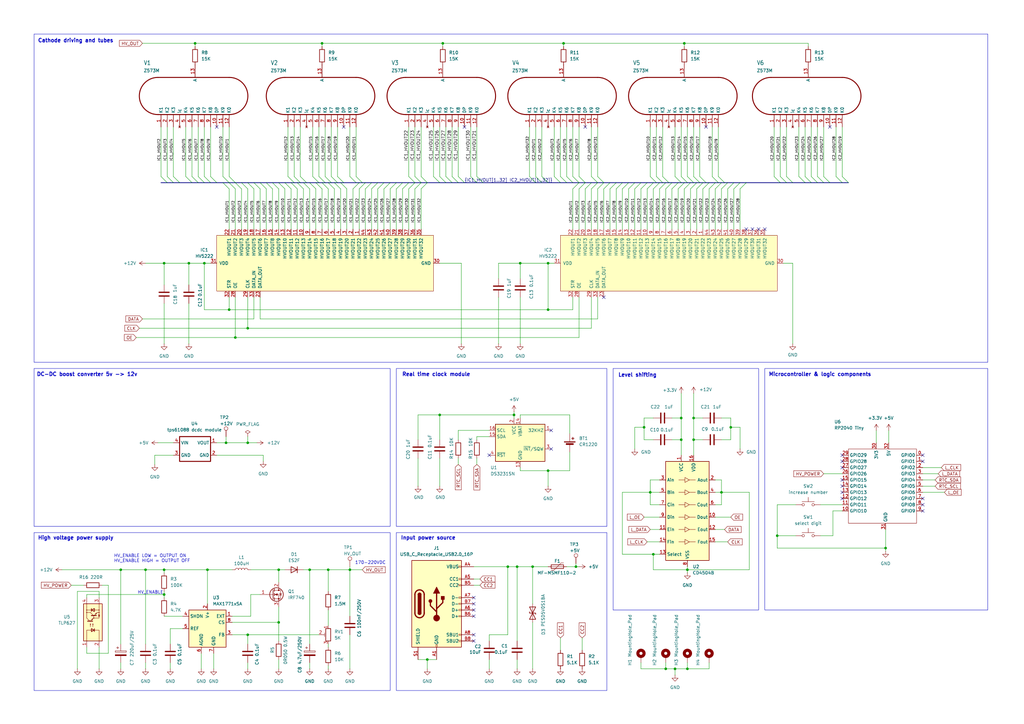
<source format=kicad_sch>
(kicad_sch (version 20250114) (generator "eeschema") (generator_version "9.0")
  (paper "A3")
  (title_block (title "Nixie clock z573m") (date "2025-06-10") (rev "1.0"))
  (rectangle (start 251.46 151.13) (end 311.15 250.19))
  (rectangle (start 162.56 151.13) (end 248.92 215.9))
  (rectangle (start 313.69 151.13) (end 405.13 250.19))
  (rectangle (start 13.97 151.13) (end 160.02 215.9))
  (rectangle (start 13.97 218.44) (end 160.02 283.21))
  (rectangle (start 162.56 218.44) (end 248.92 283.21))
  (rectangle (start 13.97 13.97) (end 405.13 148.59))
  (text "Level shifting" (at 253.492 153.924 0) (effects (font (size 1.524 1.524) (thickness 0.3048) (bold yes)) (justify left)))
  (text "High voltage power supply" (at 15.494 220.726 0) (effects (font (size 1.524 1.524) (thickness 0.3048) (bold yes)) (justify left)))
  (text "Real time clock module" (at 164.846 153.67 0) (effects (font (size 1.524 1.524) (thickness 0.3048) (bold yes)) (justify left)))
  (text "HV_ENABLE LOW = OUTPUT ON\nHV_ENABLE HIGH = OUTPUT OFF" (at 46.736 229.108 0) (effects (font (size 1.27 1.27)) (justify left)))
  (text "Input power source" (at 164.338 220.726 0) (effects (font (size 1.524 1.524) (thickness 0.3048) (bold yes)) (justify left)))
  (text "Microcontroller & logic components" (at 315.214 153.67 0) (effects (font (size 1.524 1.524) (thickness 0.3048) (bold yes)) (justify left)))
  (text "Cathode driving and tubes" (at 15.494 16.764 0) (effects (font (size 1.524 1.524) (thickness 0.3048) (bold yes)) (justify left)))
  (text "170-220VDC" (at 158.242 230.886 0) (effects (font (size 1.27 1.27)) (justify right)))
  (text "HV_ENABLE" (at 61.722 243.078 0) (effects (font (size 1.27 1.27))))
  (text "DC-DC boost converter 5v -> 12v" (at 14.986 153.67 0) (effects (font (size 1.524 1.524) (thickness 0.3048) (bold yes)) (justify left)))
  (junction (at 127 233.68))
  (junction (at 67.31 233.68))
  (junction (at 284.48 180.34))
  (junction (at 134.62 233.68))
  (junction (at 67.31 107.95))
  (junction (at 101.6 134.62))
  (junction (at 210.82 170.18))
  (junction (at 279.4 180.34))
  (junction (at 236.22 232.41))
  (junction (at 175.26 270.51))
  (junction (at 279.4 171.45))
  (junction (at 114.3 233.68))
  (junction (at 281.94 274.32))
  (junction (at 280.67 17.78))
  (junction (at 224.79 193.04))
  (junction (at 132.08 17.78))
  (junction (at 295.91 201.93))
  (junction (at 264.16 175.26))
  (junction (at 80.01 17.78))
  (junction (at 318.77 219.71))
  (junction (at 101.6 260.35))
  (junction (at 208.28 232.41))
  (junction (at 77.47 107.95))
  (junction (at 218.44 232.41))
  (junction (at 114.3 255.27))
  (junction (at 224.79 107.95))
  (junction (at 267.97 227.33))
  (junction (at 85.09 233.68))
  (junction (at 67.31 243.84))
  (junction (at 363.22 224.79))
  (junction (at 143.51 233.68))
  (junction (at 180.34 170.18))
  (junction (at 92.71 181.61))
  (junction (at 276.86 274.32))
  (junction (at 284.48 171.45))
  (junction (at 49.53 233.68))
  (junction (at 93.98 127))
  (junction (at 266.7 201.93))
  (junction (at 224.79 127))
  (junction (at 213.36 107.95))
  (junction (at 83.82 107.95))
  (junction (at 181.61 17.78))
  (junction (at 273.05 274.32))
  (junction (at 299.72 175.26))
  (junction (at 212.09 232.41))
  (junction (at 281.94 233.68))
  (junction (at 231.14 17.78))
  (junction (at 96.52 138.43))
  (junction (at 101.6 181.61))
  (junction (at 59.69 233.68))
  (no_connect (at 140.97 52.07))
  (no_connect (at 247.65 121.92))
  (no_connect (at 194.31 252.73))
  (no_connect (at 345.44 191.77))
  (no_connect (at 311.15 93.98))
  (no_connect (at 194.31 250.19))
  (no_connect (at 194.31 245.11))
  (no_connect (at 345.44 201.93))
  (no_connect (at 190.5 52.07))
  (no_connect (at 345.44 196.85))
  (no_connect (at 378.46 189.23))
  (no_connect (at 194.31 262.89))
  (no_connect (at 313.69 93.98))
  (no_connect (at 308.61 93.98))
  (no_connect (at 378.46 186.69))
  (no_connect (at 306.07 93.98))
  (no_connect (at 226.06 184.15))
  (no_connect (at 345.44 204.47))
  (no_connect (at 194.31 260.35))
  (no_connect (at 378.46 207.01))
  (no_connect (at 240.03 52.07))
  (no_connect (at 88.9 52.07))
  (no_connect (at 200.66 186.69))
  (no_connect (at 194.31 247.65))
  (no_connect (at 345.44 186.69))
  (no_connect (at 340.36 52.07))
  (no_connect (at 378.46 204.47))
  (no_connect (at 289.56 52.07))
  (no_connect (at 345.44 199.39))
  (no_connect (at 378.46 209.55))
  (no_connect (at 345.44 189.23))
  (no_connect (at 226.06 176.53))
  (bus_entry (at 332.74 74.93) (size -2.54 -2.54))
  (bus_entry (at 96.52 74.93) (size -2.54 -2.54))
  (bus_entry (at 320.04 74.93) (size -2.54 -2.54))
  (bus_entry (at 250.19 74.93) (size -2.54 2.54))
  (bus_entry (at 297.18 74.93) (size -2.54 -2.54))
  (bus_entry (at 140.97 74.93) (size -2.54 -2.54))
  (bus_entry (at 109.22 74.93) (size 2.54 2.54))
  (bus_entry (at 278.13 74.93) (size -2.54 2.54))
  (bus_entry (at 106.68 74.93) (size 2.54 2.54))
  (bus_entry (at 175.26 74.93) (size -2.54 -2.54))
  (bus_entry (at 237.49 74.93) (size -2.54 -2.54))
  (bus_entry (at 275.59 74.93) (size -2.54 2.54))
  (bus_entry (at 185.42 74.93) (size -2.54 -2.54))
  (bus_entry (at 240.03 74.93) (size -2.54 -2.54))
  (bus_entry (at 234.95 74.93) (size -2.54 -2.54))
  (bus_entry (at 345.44 74.93) (size -2.54 -2.54))
  (bus_entry (at 265.43 74.93) (size -2.54 2.54))
  (bus_entry (at 101.6 74.93) (size 2.54 2.54))
  (bus_entry (at 139.7 74.93) (size 2.54 2.54))
  (bus_entry (at 242.57 74.93) (size -2.54 2.54))
  (bus_entry (at 165.1 74.93) (size -2.54 2.54))
  (bus_entry (at 86.36 74.93) (size -2.54 -2.54))
  (bus_entry (at 127 74.93) (size 2.54 2.54))
  (bus_entry (at 303.53 74.93) (size -2.54 2.54))
  (bus_entry (at 162.56 74.93) (size -2.54 2.54))
  (bus_entry (at 195.58 74.93) (size -2.54 -2.54))
  (bus_entry (at 325.12 74.93) (size -2.54 -2.54))
  (bus_entry (at 347.98 74.93) (size -2.54 -2.54))
  (bus_entry (at 289.56 74.93) (size -2.54 -2.54))
  (bus_entry (at 245.11 74.93) (size -2.54 -2.54))
  (bus_entry (at 219.71 74.93) (size -2.54 -2.54))
  (bus_entry (at 252.73 74.93) (size -2.54 2.54))
  (bus_entry (at 78.74 74.93) (size -2.54 -2.54))
  (bus_entry (at 133.35 74.93) (size -2.54 -2.54))
  (bus_entry (at 135.89 74.93) (size -2.54 -2.54))
  (bus_entry (at 190.5 74.93) (size -2.54 -2.54))
  (bus_entry (at 237.49 74.93) (size -2.54 2.54))
  (bus_entry (at 132.08 74.93) (size 2.54 2.54))
  (bus_entry (at 137.16 74.93) (size 2.54 2.54))
  (bus_entry (at 247.65 74.93) (size -2.54 2.54))
  (bus_entry (at 114.3 74.93) (size 2.54 2.54))
  (bus_entry (at 147.32 74.93) (size -2.54 2.54))
  (bus_entry (at 257.81 74.93) (size -2.54 2.54))
  (bus_entry (at 88.9 74.93) (size -2.54 -2.54))
  (bus_entry (at 271.78 74.93) (size -2.54 -2.54))
  (bus_entry (at 93.98 74.93) (size 2.54 2.54))
  (bus_entry (at 260.35 74.93) (size -2.54 2.54))
  (bus_entry (at 295.91 74.93) (size -2.54 2.54))
  (bus_entry (at 81.28 74.93) (size -2.54 -2.54))
  (bus_entry (at 180.34 74.93) (size -2.54 -2.54))
  (bus_entry (at 104.14 74.93) (size 2.54 2.54))
  (bus_entry (at 224.79 74.93) (size -2.54 -2.54))
  (bus_entry (at 288.29 74.93) (size -2.54 2.54))
  (bus_entry (at 222.25 74.93) (size -2.54 -2.54))
  (bus_entry (at 149.86 74.93) (size -2.54 2.54))
  (bus_entry (at 340.36 74.93) (size -2.54 -2.54))
  (bus_entry (at 146.05 74.93) (size -2.54 -2.54))
  (bus_entry (at 130.81 74.93) (size -2.54 -2.54))
  (bus_entry (at 294.64 74.93) (size -2.54 -2.54))
  (bus_entry (at 273.05 74.93) (size -2.54 2.54))
  (bus_entry (at 306.07 74.93) (size -2.54 2.54))
  (bus_entry (at 129.54 74.93) (size 2.54 2.54))
  (bus_entry (at 232.41 74.93) (size -2.54 -2.54))
  (bus_entry (at 91.44 74.93) (size 2.54 2.54))
  (bus_entry (at 73.66 74.93) (size -2.54 -2.54))
  (bus_entry (at 280.67 74.93) (size -2.54 2.54))
  (bus_entry (at 125.73 74.93) (size -2.54 -2.54))
  (bus_entry (at 170.18 74.93) (size -2.54 2.54))
  (bus_entry (at 284.48 74.93) (size -2.54 -2.54))
  (bus_entry (at 154.94 74.93) (size -2.54 2.54))
  (bus_entry (at 123.19 74.93) (size -2.54 -2.54))
  (bus_entry (at 283.21 74.93) (size -2.54 2.54))
  (bus_entry (at 111.76 74.93) (size 2.54 2.54))
  (bus_entry (at 120.65 74.93) (size -2.54 -2.54))
  (bus_entry (at 330.2 74.93) (size -2.54 -2.54))
  (bus_entry (at 293.37 74.93) (size -2.54 2.54))
  (bus_entry (at 274.32 74.93) (size -2.54 -2.54))
  (bus_entry (at 290.83 74.93) (size -2.54 2.54))
  (bus_entry (at 287.02 74.93) (size -2.54 -2.54))
  (bus_entry (at 99.06 74.93) (size 2.54 2.54))
  (bus_entry (at 157.48 74.93) (size -2.54 2.54))
  (bus_entry (at 93.98 74.93) (size -2.54 -2.54))
  (bus_entry (at 337.82 74.93) (size -2.54 -2.54))
  (bus_entry (at 152.4 74.93) (size -2.54 2.54))
  (bus_entry (at 96.52 74.93) (size 2.54 2.54))
  (bus_entry (at 138.43 74.93) (size -2.54 -2.54))
  (bus_entry (at 300.99 74.93) (size -2.54 2.54))
  (bus_entry (at 134.62 74.93) (size 2.54 2.54))
  (bus_entry (at 198.12 74.93) (size -2.54 -2.54))
  (bus_entry (at 262.89 74.93) (size -2.54 2.54))
  (bus_entry (at 322.58 74.93) (size -2.54 -2.54))
  (bus_entry (at 267.97 74.93) (size -2.54 2.54))
  (bus_entry (at 245.11 74.93) (size -2.54 2.54))
  (bus_entry (at 167.64 74.93) (size -2.54 2.54))
  (bus_entry (at 269.24 74.93) (size -2.54 -2.54))
  (bus_entry (at 240.03 74.93) (size -2.54 2.54))
  (bus_entry (at 71.12 74.93) (size -2.54 -2.54))
  (bus_entry (at 182.88 74.93) (size -2.54 -2.54))
  (bus_entry (at 279.4 74.93) (size -2.54 -2.54))
  (bus_entry (at 187.96 74.93) (size -2.54 -2.54))
  (bus_entry (at 281.94 74.93) (size -2.54 -2.54))
  (bus_entry (at 298.45 74.93) (size -2.54 2.54))
  (bus_entry (at 255.27 74.93) (size -2.54 2.54))
  (bus_entry (at 172.72 74.93) (size -2.54 -2.54))
  (bus_entry (at 83.82 74.93) (size -2.54 -2.54))
  (bus_entry (at 172.72 74.93) (size -2.54 2.54))
  (bus_entry (at 124.46 74.93) (size 2.54 2.54))
  (bus_entry (at 160.02 74.93) (size -2.54 2.54))
  (bus_entry (at 148.59 74.93) (size -2.54 -2.54))
  (bus_entry (at 121.92 74.93) (size 2.54 2.54))
  (bus_entry (at 170.18 74.93) (size -2.54 -2.54))
  (bus_entry (at 119.38 74.93) (size 2.54 2.54))
  (bus_entry (at 68.58 74.93) (size -2.54 -2.54))
  (bus_entry (at 247.65 74.93) (size -2.54 -2.54))
  (bus_entry (at 116.84 74.93) (size 2.54 2.54))
  (bus_entry (at 175.26 74.93) (size -2.54 2.54))
  (bus_entry (at 229.87 74.93) (size -2.54 -2.54))
  (bus_entry (at 335.28 74.93) (size -2.54 -2.54))
  (bus_entry (at 285.75 74.93) (size -2.54 2.54))
  (bus_entry (at 270.51 74.93) (size -2.54 2.54))
  (wire (pts (xy 154.94 77.47) (xy 154.94 93.98)))
  (wire (pts (xy 270.51 201.93) (xy 266.7 201.93)))
  (wire (pts (xy 295.91 207.01) (xy 295.91 201.93)))
  (wire (pts (xy 219.71 52.07) (xy 219.71 72.39)))
  (wire (pts (xy 245.11 52.07) (xy 245.11 72.39)))
  (wire (pts (xy 318.77 219.71) (xy 318.77 224.79)))
  (wire (pts (xy 69.85 257.81) (xy 74.93 257.81)))
  (wire (pts (xy 143.51 232.41) (xy 143.51 233.68)))
  (wire (pts (xy 59.69 271.78) (xy 59.69 274.32)))
  (wire (pts (xy 132.08 19.05) (xy 132.08 17.78)))
  (wire (pts (xy 342.9 52.07) (xy 342.9 72.39)))
  (bus (pts (xy 295.91 74.93) (xy 297.18 74.93)))
  (wire (pts (xy 234.95 77.47) (xy 234.95 93.98)))
  (bus (pts (xy 154.94 74.93) (xy 157.48 74.93)))
  (wire (pts (xy 260.35 184.15) (xy 260.35 175.26)))
  (wire (pts (xy 59.69 107.95) (xy 67.31 107.95)))
  (wire (pts (xy 69.85 271.78) (xy 69.85 274.32)))
  (wire (pts (xy 135.89 52.07) (xy 135.89 72.39)))
  (bus (pts (xy 187.96 74.93) (xy 190.5 74.93)))
  (wire (pts (xy 134.62 233.68) (xy 143.51 233.68)))
  (bus (pts (xy 146.05 74.93) (xy 147.32 74.93)))
  (wire (pts (xy 78.74 52.07) (xy 78.74 72.39)))
  (bus (pts (xy 124.46 74.93) (xy 125.73 74.93)))
  (wire (pts (xy 237.49 77.47) (xy 237.49 93.98)))
  (wire (pts (xy 187.96 180.34) (xy 187.96 176.53)))
  (wire (pts (xy 234.95 52.07) (xy 234.95 72.39)))
  (wire (pts (xy 250.19 77.47) (xy 250.19 93.98)))
  (wire (pts (xy 102.87 233.68) (xy 114.3 233.68)))
  (wire (pts (xy 325.12 107.95) (xy 325.12 140.97)))
  (wire (pts (xy 318.77 224.79) (xy 363.22 224.79)))
  (wire (pts (xy 185.42 52.07) (xy 185.42 72.39)))
  (bus (pts (xy 322.58 74.93) (xy 325.12 74.93)))
  (wire (pts (xy 233.68 185.42) (xy 233.68 193.04)))
  (wire (pts (xy 63.5 186.69) (xy 71.12 186.69)))
  (wire (pts (xy 270.51 77.47) (xy 270.51 93.98)))
  (wire (pts (xy 127 77.47) (xy 127 93.98)))
  (wire (pts (xy 273.05 77.47) (xy 273.05 93.98)))
  (bus (pts (xy 119.38 74.93) (xy 120.65 74.93)))
  (bus (pts (xy 147.32 74.93) (xy 148.59 74.93)))
  (wire (pts (xy 44.45 240.03) (xy 41.91 240.03)))
  (wire (pts (xy 292.1 52.07) (xy 292.1 72.39)))
  (wire (pts (xy 255.27 201.93) (xy 255.27 227.33)))
  (wire (pts (xy 280.67 19.05) (xy 280.67 17.78)))
  (wire (pts (xy 109.22 77.47) (xy 109.22 93.98)))
  (wire (pts (xy 193.04 52.07) (xy 193.04 72.39)))
  (wire (pts (xy 293.37 77.47) (xy 293.37 93.98)))
  (wire (pts (xy 83.82 107.95) (xy 86.36 107.95)))
  (wire (pts (xy 266.7 217.17) (xy 270.51 217.17)))
  (bus (pts (xy 190.5 74.93) (xy 195.58 74.93)))
  (wire (pts (xy 91.44 52.07) (xy 91.44 72.39)))
  (bus (pts (xy 262.89 74.93) (xy 265.43 74.93)))
  (bus (pts (xy 198.12 74.93) (xy 219.71 74.93)))
  (wire (pts (xy 35.56 265.43) (xy 35.56 267.97)))
  (wire (pts (xy 171.45 170.18) (xy 180.34 170.18)))
  (wire (pts (xy 200.66 270.51) (xy 200.66 274.32)))
  (wire (pts (xy 281.94 274.32) (xy 290.83 274.32)))
  (bus (pts (xy 91.44 74.93) (xy 93.98 74.93)))
  (wire (pts (xy 303.53 77.47) (xy 303.53 93.98)))
  (wire (pts (xy 213.36 121.92) (xy 213.36 140.97)))
  (wire (pts (xy 284.48 52.07) (xy 284.48 72.39)))
  (bus (pts (xy 195.58 74.93) (xy 198.12 74.93)))
  (bus (pts (xy 330.2 74.93) (xy 332.74 74.93)))
  (bus (pts (xy 294.64 74.93) (xy 295.91 74.93)))
  (bus (pts (xy 229.87 74.93) (xy 232.41 74.93)))
  (wire (pts (xy 218.44 255.27) (xy 218.44 274.32)))
  (wire (pts (xy 181.61 17.78) (xy 231.14 17.78)))
  (wire (pts (xy 182.88 52.07) (xy 182.88 72.39)))
  (wire (pts (xy 236.22 232.41) (xy 237.49 232.41)))
  (wire (pts (xy 363.22 217.17) (xy 363.22 224.79)))
  (wire (pts (xy 146.05 52.07) (xy 146.05 72.39)))
  (bus (pts (xy 325.12 74.93) (xy 330.2 74.93)))
  (wire (pts (xy 266.7 196.85) (xy 270.51 196.85)))
  (wire (pts (xy 238.76 261.62) (xy 238.76 266.7)))
  (wire (pts (xy 270.51 227.33) (xy 267.97 227.33)))
  (wire (pts (xy 255.27 201.93) (xy 266.7 201.93)))
  (bus (pts (xy 132.08 74.93) (xy 133.35 74.93)))
  (bus (pts (xy 260.35 74.93) (xy 262.89 74.93)))
  (wire (pts (xy 229.87 52.07) (xy 229.87 72.39)))
  (bus (pts (xy 279.4 74.93) (xy 280.67 74.93)))
  (wire (pts (xy 279.4 52.07) (xy 279.4 72.39)))
  (wire (pts (xy 378.46 196.85) (xy 383.54 196.85)))
  (wire (pts (xy 77.47 124.46) (xy 77.47 140.97)))
  (wire (pts (xy 204.47 107.95) (xy 213.36 107.95)))
  (wire (pts (xy 318.77 219.71) (xy 326.39 219.71)))
  (wire (pts (xy 111.76 77.47) (xy 111.76 93.98)))
  (wire (pts (xy 200.66 260.35) (xy 200.66 262.89)))
  (wire (pts (xy 275.59 180.34) (xy 279.4 180.34)))
  (wire (pts (xy 180.34 187.96) (xy 180.34 199.39)))
  (wire (pts (xy 92.71 181.61) (xy 101.6 181.61)))
  (wire (pts (xy 264.16 175.26) (xy 264.16 180.34)))
  (wire (pts (xy 187.96 52.07) (xy 187.96 72.39)))
  (bus (pts (xy 127 74.93) (xy 129.54 74.93)))
  (wire (pts (xy 273.05 271.78) (xy 273.05 274.32)))
  (wire (pts (xy 40.64 245.11) (xy 40.64 242.57)))
  (wire (pts (xy 121.92 77.47) (xy 121.92 93.98)))
  (wire (pts (xy 147.32 77.47) (xy 147.32 93.98)))
  (wire (pts (xy 152.4 77.47) (xy 152.4 93.98)))
  (wire (pts (xy 138.43 52.07) (xy 138.43 72.39)))
  (bus (pts (xy 96.52 74.93) (xy 99.06 74.93)))
  (wire (pts (xy 40.64 242.57) (xy 31.75 242.57)))
  (wire (pts (xy 64.77 181.61) (xy 71.12 181.61)))
  (wire (pts (xy 242.57 134.62) (xy 242.57 121.92)))
  (wire (pts (xy 118.11 52.07) (xy 118.11 72.39)))
  (wire (pts (xy 180.34 180.34) (xy 180.34 170.18)))
  (bus (pts (xy 337.82 74.93) (xy 340.36 74.93)))
  (wire (pts (xy 177.8 52.07) (xy 177.8 72.39)))
  (wire (pts (xy 281.94 271.78) (xy 281.94 274.32)))
  (wire (pts (xy 293.37 217.17) (xy 297.18 217.17)))
  (wire (pts (xy 295.91 171.45) (xy 299.72 171.45)))
  (wire (pts (xy 58.42 17.78) (xy 80.01 17.78)))
  (bus (pts (xy 160.02 74.93) (xy 162.56 74.93)))
  (bus (pts (xy 298.45 74.93) (xy 300.99 74.93)))
  (wire (pts (xy 101.6 260.35) (xy 130.81 260.35)))
  (wire (pts (xy 96.52 77.47) (xy 96.52 93.98)))
  (wire (pts (xy 172.72 77.47) (xy 172.72 93.98)))
  (wire (pts (xy 116.84 77.47) (xy 116.84 93.98)))
  (wire (pts (xy 276.86 274.32) (xy 276.86 276.86)))
  (bus (pts (xy 278.13 74.93) (xy 279.4 74.93)))
  (bus (pts (xy 287.02 74.93) (xy 288.29 74.93)))
  (wire (pts (xy 77.47 107.95) (xy 77.47 116.84)))
  (wire (pts (xy 210.82 170.18) (xy 210.82 171.45)))
  (wire (pts (xy 175.26 270.51) (xy 179.07 270.51)))
  (wire (pts (xy 40.64 265.43) (xy 40.64 274.32)))
  (wire (pts (xy 281.94 233.68) (xy 281.94 234.95)))
  (wire (pts (xy 49.53 233.68) (xy 49.53 264.16)))
  (wire (pts (xy 213.36 193.04) (xy 213.36 191.77)))
  (wire (pts (xy 93.98 127) (xy 83.82 127)))
  (wire (pts (xy 63.5 190.5) (xy 63.5 186.69)))
  (wire (pts (xy 149.86 77.47) (xy 149.86 93.98)))
  (wire (pts (xy 101.6 134.62) (xy 242.57 134.62)))
  (bus (pts (xy 125.73 74.93) (xy 127 74.93)))
  (wire (pts (xy 132.08 77.47) (xy 132.08 93.98)))
  (bus (pts (xy 335.28 74.93) (xy 337.82 74.93)))
  (bus (pts (xy 273.05 74.93) (xy 274.32 74.93)))
  (bus (pts (xy 267.97 74.93) (xy 269.24 74.93)))
  (wire (pts (xy 337.82 194.31) (xy 345.44 194.31)))
  (wire (pts (xy 102.87 243.84) (xy 106.68 243.84)))
  (wire (pts (xy 293.37 201.93) (xy 295.91 201.93)))
  (wire (pts (xy 167.64 77.47) (xy 167.64 93.98)))
  (wire (pts (xy 187.96 176.53) (xy 200.66 176.53)))
  (bus (pts (xy 116.84 74.93) (xy 119.38 74.93)))
  (wire (pts (xy 257.81 77.47) (xy 257.81 93.98)))
  (wire (pts (xy 284.48 171.45) (xy 284.48 180.34)))
  (wire (pts (xy 101.6 271.78) (xy 101.6 274.32)))
  (wire (pts (xy 143.51 233.68) (xy 148.59 233.68)))
  (wire (pts (xy 195.58 179.07) (xy 195.58 180.34)))
  (wire (pts (xy 133.35 52.07) (xy 133.35 72.39)))
  (wire (pts (xy 187.96 187.96) (xy 187.96 190.5)))
  (wire (pts (xy 331.47 17.78) (xy 331.47 19.05)))
  (bus (pts (xy 284.48 74.93) (xy 285.75 74.93)))
  (wire (pts (xy 336.55 207.01) (xy 345.44 207.01)))
  (wire (pts (xy 224.79 193.04) (xy 233.68 193.04)))
  (wire (pts (xy 378.46 194.31) (xy 384.81 194.31)))
  (bus (pts (xy 129.54 74.93) (xy 130.81 74.93)))
  (wire (pts (xy 218.44 232.41) (xy 218.44 247.65)))
  (wire (pts (xy 99.06 77.47) (xy 99.06 93.98)))
  (wire (pts (xy 341.63 209.55) (xy 345.44 209.55)))
  (wire (pts (xy 67.31 233.68) (xy 67.31 234.95)))
  (wire (pts (xy 80.01 19.05) (xy 80.01 17.78)))
  (wire (pts (xy 157.48 77.47) (xy 157.48 93.98)))
  (wire (pts (xy 298.45 77.47) (xy 298.45 93.98)))
  (bus (pts (xy 306.07 74.93) (xy 320.04 74.93)))
  (wire (pts (xy 267.97 77.47) (xy 267.97 93.98)))
  (wire (pts (xy 280.67 17.78) (xy 331.47 17.78)))
  (wire (pts (xy 290.83 77.47) (xy 290.83 93.98)))
  (wire (pts (xy 88.9 181.61) (xy 92.71 181.61)))
  (wire (pts (xy 119.38 77.47) (xy 119.38 93.98)))
  (wire (pts (xy 175.26 270.51) (xy 175.26 274.32)))
  (wire (pts (xy 359.41 176.53) (xy 359.41 181.61)))
  (wire (pts (xy 77.47 107.95) (xy 83.82 107.95)))
  (wire (pts (xy 330.2 52.07) (xy 330.2 72.39)))
  (wire (pts (xy 31.75 242.57) (xy 31.75 274.32)))
  (bus (pts (xy 88.9 74.93) (xy 91.44 74.93)))
  (bus (pts (xy 167.64 74.93) (xy 170.18 74.93)))
  (wire (pts (xy 67.31 242.57) (xy 67.31 243.84)))
  (wire (pts (xy 129.54 77.47) (xy 129.54 93.98)))
  (wire (pts (xy 127 233.68) (xy 127 264.16)))
  (wire (pts (xy 85.09 233.68) (xy 85.09 247.65)))
  (wire (pts (xy 67.31 124.46) (xy 67.31 140.97)))
  (bus (pts (xy 137.16 74.93) (xy 138.43 74.93)))
  (bus (pts (xy 280.67 74.93) (xy 281.94 74.93)))
  (wire (pts (xy 279.4 161.29) (xy 279.4 171.45)))
  (wire (pts (xy 160.02 77.47) (xy 160.02 93.98)))
  (wire (pts (xy 252.73 77.47) (xy 252.73 93.98)))
  (wire (pts (xy 299.72 175.26) (xy 299.72 180.34)))
  (wire (pts (xy 262.89 274.32) (xy 273.05 274.32)))
  (wire (pts (xy 66.04 52.07) (xy 66.04 72.39)))
  (wire (pts (xy 142.24 77.47) (xy 142.24 93.98)))
  (wire (pts (xy 93.98 127) (xy 224.79 127)))
  (bus (pts (xy 288.29 74.93) (xy 289.56 74.93)))
  (wire (pts (xy 264.16 180.34) (xy 267.97 180.34)))
  (bus (pts (xy 265.43 74.93) (xy 267.97 74.93)))
  (bus (pts (xy 271.78 74.93) (xy 273.05 74.93)))
  (wire (pts (xy 213.36 171.45) (xy 213.36 170.18)))
  (wire (pts (xy 102.87 252.73) (xy 95.25 252.73)))
  (bus (pts (xy 232.41 74.93) (xy 234.95 74.93)))
  (wire (pts (xy 284.48 161.29) (xy 284.48 171.45)))
  (wire (pts (xy 35.56 267.97) (xy 44.45 267.97)))
  (bus (pts (xy 162.56 74.93) (xy 165.1 74.93)))
  (wire (pts (xy 293.37 207.01) (xy 295.91 207.01)))
  (bus (pts (xy 303.53 74.93) (xy 306.07 74.93)))
  (wire (pts (xy 265.43 77.47) (xy 265.43 93.98)))
  (wire (pts (xy 208.28 260.35) (xy 208.28 232.41)))
  (wire (pts (xy 245.11 121.92) (xy 245.11 130.81)))
  (wire (pts (xy 234.95 127) (xy 234.95 121.92)))
  (wire (pts (xy 171.45 187.96) (xy 171.45 199.39)))
  (bus (pts (xy 345.44 74.93) (xy 347.98 74.93)))
  (wire (pts (xy 242.57 77.47) (xy 242.57 93.98)))
  (wire (pts (xy 102.87 243.84) (xy 102.87 252.73)))
  (bus (pts (xy 285.75 74.93) (xy 287.02 74.93)))
  (wire (pts (xy 378.46 201.93) (xy 387.35 201.93)))
  (wire (pts (xy 275.59 77.47) (xy 275.59 93.98)))
  (bus (pts (xy 133.35 74.93) (xy 134.62 74.93)))
  (bus (pts (xy 240.03 74.93) (xy 242.57 74.93)))
  (wire (pts (xy 69.85 264.16) (xy 69.85 257.81)))
  (wire (pts (xy 280.67 77.47) (xy 280.67 93.98)))
  (bus (pts (xy 93.98 74.93) (xy 96.52 74.93)))
  (bus (pts (xy 247.65 74.93) (xy 250.19 74.93)))
  (wire (pts (xy 378.46 191.77) (xy 386.08 191.77)))
  (wire (pts (xy 96.52 121.92) (xy 96.52 138.43)))
  (wire (pts (xy 284.48 180.34) (xy 288.29 180.34)))
  (wire (pts (xy 327.66 52.07) (xy 327.66 72.39)))
  (wire (pts (xy 295.91 77.47) (xy 295.91 93.98)))
  (wire (pts (xy 300.99 77.47) (xy 300.99 93.98)))
  (wire (pts (xy 101.6 179.07) (xy 101.6 181.61)))
  (wire (pts (xy 233.68 170.18) (xy 233.68 177.8)))
  (bus (pts (xy 252.73 74.93) (xy 255.27 74.93)))
  (wire (pts (xy 264.16 212.09) (xy 270.51 212.09)))
  (bus (pts (xy 185.42 74.93) (xy 187.96 74.93)))
  (wire (pts (xy 245.11 77.47) (xy 245.11 93.98)))
  (wire (pts (xy 93.98 77.47) (xy 93.98 93.98)))
  (wire (pts (xy 55.88 138.43) (xy 96.52 138.43)))
  (wire (pts (xy 29.21 240.03) (xy 34.29 240.03)))
  (wire (pts (xy 171.45 180.34) (xy 171.45 170.18)))
  (wire (pts (xy 281.94 233.68) (xy 307.34 233.68)))
  (wire (pts (xy 67.31 233.68) (xy 59.69 233.68)))
  (wire (pts (xy 293.37 212.09) (xy 299.72 212.09)))
  (wire (pts (xy 224.79 193.04) (xy 224.79 199.39)))
  (bus (pts (xy 219.71 74.93) (xy 222.25 74.93)))
  (wire (pts (xy 276.86 52.07) (xy 276.86 72.39)))
  (wire (pts (xy 212.09 270.51) (xy 212.09 274.32)))
  (wire (pts (xy 83.82 52.07) (xy 83.82 72.39)))
  (bus (pts (xy 289.56 74.93) (xy 290.83 74.93)))
  (wire (pts (xy 200.66 260.35) (xy 208.28 260.35)))
  (bus (pts (xy 300.99 74.93) (xy 303.53 74.93)))
  (wire (pts (xy 194.31 237.49) (xy 196.85 237.49)))
  (bus (pts (xy 242.57 74.93) (xy 245.11 74.93)))
  (wire (pts (xy 35.56 243.84) (xy 67.31 243.84)))
  (wire (pts (xy 204.47 121.92) (xy 204.47 140.97)))
  (wire (pts (xy 237.49 52.07) (xy 237.49 72.39)))
  (wire (pts (xy 227.33 52.07) (xy 227.33 72.39)))
  (bus (pts (xy 152.4 74.93) (xy 154.94 74.93)))
  (wire (pts (xy 116.84 233.68) (xy 114.3 233.68)))
  (wire (pts (xy 262.89 271.78) (xy 262.89 274.32)))
  (bus (pts (xy 274.32 74.93) (xy 275.59 74.93)))
  (wire (pts (xy 281.94 232.41) (xy 281.94 233.68)))
  (wire (pts (xy 287.02 52.07) (xy 287.02 72.39)))
  (bus (pts (xy 275.59 74.93) (xy 278.13 74.93)))
  (wire (pts (xy 171.45 270.51) (xy 175.26 270.51)))
  (wire (pts (xy 180.34 52.07) (xy 180.34 72.39)))
  (bus (pts (xy 135.89 74.93) (xy 137.16 74.93)))
  (wire (pts (xy 273.05 274.32) (xy 276.86 274.32)))
  (wire (pts (xy 200.66 179.07) (xy 195.58 179.07)))
  (wire (pts (xy 88.9 186.69) (xy 107.95 186.69)))
  (wire (pts (xy 217.17 52.07) (xy 217.17 72.39)))
  (wire (pts (xy 134.62 233.68) (xy 134.62 242.57)))
  (wire (pts (xy 114.3 270.51) (xy 114.3 274.32)))
  (bus (pts (xy 66.04 74.93) (xy 68.58 74.93)))
  (wire (pts (xy 114.3 255.27) (xy 114.3 262.89)))
  (wire (pts (xy 86.36 52.07) (xy 86.36 72.39)))
  (bus (pts (xy 81.28 74.93) (xy 83.82 74.93)))
  (bus (pts (xy 106.68 74.93) (xy 109.22 74.93)))
  (wire (pts (xy 363.22 224.79) (xy 363.22 226.06)))
  (bus (pts (xy 293.37 74.93) (xy 294.64 74.93)))
  (wire (pts (xy 180.34 107.95) (xy 189.23 107.95)))
  (wire (pts (xy 322.58 52.07) (xy 322.58 72.39)))
  (wire (pts (xy 172.72 52.07) (xy 172.72 72.39)))
  (bus (pts (xy 250.19 74.93) (xy 252.73 74.93)))
  (wire (pts (xy 208.28 232.41) (xy 212.09 232.41)))
  (wire (pts (xy 67.31 252.73) (xy 74.93 252.73)))
  (wire (pts (xy 101.6 181.61) (xy 105.41 181.61)))
  (bus (pts (xy 283.21 74.93) (xy 284.48 74.93)))
  (bus (pts (xy 290.83 74.93) (xy 293.37 74.93)))
  (bus (pts (xy 255.27 74.93) (xy 257.81 74.93)))
  (wire (pts (xy 255.27 227.33) (xy 267.97 227.33)))
  (wire (pts (xy 128.27 52.07) (xy 128.27 72.39)))
  (wire (pts (xy 101.6 77.47) (xy 101.6 93.98)))
  (wire (pts (xy 224.79 107.95) (xy 224.79 127)))
  (bus (pts (xy 245.11 74.93) (xy 247.65 74.93)))
  (wire (pts (xy 104.14 121.92) (xy 104.14 130.81)))
  (wire (pts (xy 76.2 52.07) (xy 76.2 72.39)))
  (bus (pts (xy 130.81 74.93) (xy 132.08 74.93)))
  (wire (pts (xy 67.31 233.68) (xy 85.09 233.68)))
  (wire (pts (xy 67.31 107.95) (xy 77.47 107.95)))
  (wire (pts (xy 210.82 168.91) (xy 210.82 170.18)))
  (wire (pts (xy 35.56 243.84) (xy 35.56 245.11)))
  (bus (pts (xy 257.81 74.93) (xy 260.35 74.93)))
  (wire (pts (xy 284.48 180.34) (xy 284.48 186.69)))
  (wire (pts (xy 321.31 107.95) (xy 325.12 107.95)))
  (wire (pts (xy 266.7 201.93) (xy 266.7 196.85)))
  (wire (pts (xy 57.15 134.62) (xy 101.6 134.62)))
  (wire (pts (xy 106.68 77.47) (xy 106.68 93.98)))
  (wire (pts (xy 106.68 121.92) (xy 106.68 130.81)))
  (wire (pts (xy 229.87 261.62) (xy 229.87 266.7)))
  (wire (pts (xy 170.18 52.07) (xy 170.18 72.39)))
  (wire (pts (xy 104.14 130.81) (xy 58.42 130.81)))
  (wire (pts (xy 318.77 207.01) (xy 326.39 207.01)))
  (wire (pts (xy 137.16 77.47) (xy 137.16 93.98)))
  (bus (pts (xy 68.58 74.93) (xy 71.12 74.93)))
  (wire (pts (xy 130.81 52.07) (xy 130.81 72.39)))
  (bus (pts (xy 237.49 74.93) (xy 240.03 74.93)))
  (wire (pts (xy 81.28 52.07) (xy 81.28 72.39)))
  (bus (pts (xy 134.62 74.93) (xy 135.89 74.93)))
  (wire (pts (xy 80.01 17.78) (xy 132.08 17.78)))
  (wire (pts (xy 279.4 180.34) (xy 279.4 186.69)))
  (bus (pts (xy 86.36 74.93) (xy 88.9 74.93)))
  (bus (pts (xy 109.22 74.93) (xy 111.76 74.93)))
  (wire (pts (xy 262.89 77.47) (xy 262.89 93.98)))
  (wire (pts (xy 204.47 114.3) (xy 204.47 107.95)))
  (wire (pts (xy 293.37 222.25) (xy 298.45 222.25)))
  (wire (pts (xy 255.27 77.47) (xy 255.27 93.98)))
  (wire (pts (xy 279.4 171.45) (xy 279.4 180.34)))
  (wire (pts (xy 67.31 107.95) (xy 67.31 116.84)))
  (wire (pts (xy 134.62 77.47) (xy 134.62 93.98)))
  (wire (pts (xy 96.52 138.43) (xy 237.49 138.43)))
  (wire (pts (xy 264.16 171.45) (xy 264.16 175.26)))
  (wire (pts (xy 247.65 77.47) (xy 247.65 93.98)))
  (wire (pts (xy 232.41 52.07) (xy 232.41 72.39)))
  (wire (pts (xy 123.19 52.07) (xy 123.19 72.39)))
  (wire (pts (xy 213.36 107.95) (xy 224.79 107.95)))
  (wire (pts (xy 106.68 130.81) (xy 245.11 130.81)))
  (wire (pts (xy 95.25 260.35) (xy 101.6 260.35)))
  (wire (pts (xy 212.09 232.41) (xy 212.09 262.89)))
  (bus (pts (xy 83.82 74.93) (xy 86.36 74.93)))
  (wire (pts (xy 194.31 240.03) (xy 196.85 240.03)))
  (wire (pts (xy 378.46 199.39) (xy 383.54 199.39)))
  (wire (pts (xy 267.97 227.33) (xy 267.97 233.68)))
  (wire (pts (xy 266.7 207.01) (xy 270.51 207.01)))
  (wire (pts (xy 299.72 180.34) (xy 295.91 180.34)))
  (bus (pts (xy 114.3 74.93) (xy 116.84 74.93)))
  (wire (pts (xy 181.61 19.05) (xy 181.61 17.78)))
  (wire (pts (xy 231.14 19.05) (xy 231.14 17.78)))
  (wire (pts (xy 267.97 171.45) (xy 264.16 171.45)))
  (wire (pts (xy 260.35 175.26) (xy 264.16 175.26)))
  (wire (pts (xy 195.58 52.07) (xy 195.58 72.39)))
  (wire (pts (xy 320.04 52.07) (xy 320.04 72.39)))
  (wire (pts (xy 93.98 52.07) (xy 93.98 72.39)))
  (wire (pts (xy 83.82 127) (xy 83.82 107.95)))
  (wire (pts (xy 307.34 233.68) (xy 307.34 201.93)))
  (bus (pts (xy 73.66 74.93) (xy 78.74 74.93)))
  (bus (pts (xy 139.7 74.93) (xy 140.97 74.93)))
  (wire (pts (xy 162.56 77.47) (xy 162.56 93.98)))
  (wire (pts (xy 114.3 77.47) (xy 114.3 93.98)))
  (wire (pts (xy 139.7 77.47) (xy 139.7 93.98)))
  (bus (pts (xy 297.18 74.93) (xy 298.45 74.93)))
  (bus (pts (xy 104.14 74.93) (xy 106.68 74.93)))
  (wire (pts (xy 143.51 260.35) (xy 143.51 274.32)))
  (wire (pts (xy 266.7 201.93) (xy 266.7 207.01)))
  (wire (pts (xy 134.62 264.16) (xy 134.62 265.43)))
  (wire (pts (xy 59.69 233.68) (xy 59.69 264.16)))
  (wire (pts (xy 167.64 52.07) (xy 167.64 72.39)))
  (wire (pts (xy 336.55 219.71) (xy 341.63 219.71)))
  (wire (pts (xy 87.63 267.97) (xy 87.63 274.32)))
  (bus (pts (xy 148.59 74.93) (xy 149.86 74.93)))
  (wire (pts (xy 303.53 184.15) (xy 303.53 175.26)))
  (wire (pts (xy 180.34 170.18) (xy 210.82 170.18)))
  (wire (pts (xy 337.82 52.07) (xy 337.82 72.39)))
  (wire (pts (xy 49.53 271.78) (xy 49.53 274.32)))
  (wire (pts (xy 213.36 114.3) (xy 213.36 107.95)))
  (wire (pts (xy 101.6 134.62) (xy 101.6 121.92)))
  (bus (pts (xy 101.6 74.93) (xy 104.14 74.93)))
  (wire (pts (xy 44.45 267.97) (xy 44.45 240.03)))
  (bus (pts (xy 320.04 74.93) (xy 322.58 74.93)))
  (wire (pts (xy 332.74 52.07) (xy 332.74 72.39)))
  (wire (pts (xy 68.58 52.07) (xy 68.58 72.39)))
  (bus (pts (xy 332.74 74.93) (xy 335.28 74.93)))
  (wire (pts (xy 269.24 52.07) (xy 269.24 72.39)))
  (bus (pts (xy 71.12 74.93) (xy 73.66 74.93)))
  (bus (pts (xy 222.25 74.93) (xy 224.79 74.93)))
  (wire (pts (xy 275.59 171.45) (xy 279.4 171.45)))
  (wire (pts (xy 232.41 232.41) (xy 236.22 232.41)))
  (wire (pts (xy 134.62 250.19) (xy 134.62 256.54)))
  (wire (pts (xy 224.79 193.04) (xy 213.36 193.04)))
  (bus (pts (xy 165.1 74.93) (xy 167.64 74.93)))
  (wire (pts (xy 318.77 207.01) (xy 318.77 219.71)))
  (wire (pts (xy 95.25 255.27) (xy 114.3 255.27)))
  (wire (pts (xy 266.7 52.07) (xy 266.7 72.39)))
  (bus (pts (xy 340.36 74.93) (xy 345.44 74.93)))
  (wire (pts (xy 236.22 231.14) (xy 236.22 232.41)))
  (bus (pts (xy 172.72 74.93) (xy 175.26 74.93)))
  (wire (pts (xy 276.86 274.32) (xy 281.94 274.32)))
  (wire (pts (xy 283.21 77.47) (xy 283.21 93.98)))
  (wire (pts (xy 267.97 233.68) (xy 281.94 233.68)))
  (wire (pts (xy 25.4 233.68) (xy 49.53 233.68)))
  (wire (pts (xy 124.46 77.47) (xy 124.46 93.98)))
  (bus (pts (xy 138.43 74.93) (xy 139.7 74.93)))
  (bus (pts (xy 180.34 74.93) (xy 182.88 74.93)))
  (wire (pts (xy 165.1 77.47) (xy 165.1 93.98)))
  (wire (pts (xy 295.91 196.85) (xy 293.37 196.85)))
  (wire (pts (xy 104.14 77.47) (xy 104.14 93.98)))
  (wire (pts (xy 231.14 17.78) (xy 280.67 17.78)))
  (wire (pts (xy 114.3 255.27) (xy 114.3 248.92)))
  (wire (pts (xy 303.53 175.26) (xy 299.72 175.26)))
  (wire (pts (xy 364.49 176.53) (xy 364.49 181.61)))
  (wire (pts (xy 59.69 233.68) (xy 49.53 233.68)))
  (bus (pts (xy 157.48 74.93) (xy 160.02 74.93)))
  (wire (pts (xy 127 233.68) (xy 134.62 233.68)))
  (wire (pts (xy 134.62 273.05) (xy 134.62 274.32)))
  (bus (pts (xy 182.88 74.93) (xy 185.42 74.93)))
  (wire (pts (xy 281.94 52.07) (xy 281.94 72.39)))
  (wire (pts (xy 222.25 52.07) (xy 222.25 72.39)))
  (bus (pts (xy 270.51 74.93) (xy 271.78 74.93)))
  (wire (pts (xy 224.79 107.95) (xy 227.33 107.95)))
  (wire (pts (xy 124.46 233.68) (xy 127 233.68)))
  (wire (pts (xy 278.13 77.47) (xy 278.13 93.98)))
  (bus (pts (xy 99.06 74.93) (xy 101.6 74.93)))
  (wire (pts (xy 170.18 77.47) (xy 170.18 93.98)))
  (wire (pts (xy 95.25 233.68) (xy 85.09 233.68)))
  (wire (pts (xy 265.43 222.25) (xy 270.51 222.25)))
  (wire (pts (xy 144.78 77.47) (xy 144.78 93.98)))
  (bus (pts (xy 140.97 74.93) (xy 146.05 74.93)))
  (bus (pts (xy 149.86 74.93) (xy 152.4 74.93)))
  (bus (pts (xy 281.94 74.93) (xy 283.21 74.93)))
  (wire (pts (xy 120.65 52.07) (xy 120.65 72.39)))
  (wire (pts (xy 212.09 232.41) (xy 218.44 232.41)))
  (bus (pts (xy 170.18 74.93) (xy 172.72 74.93)))
  (wire (pts (xy 284.48 171.45) (xy 288.29 171.45)))
  (wire (pts (xy 260.35 77.47) (xy 260.35 93.98)))
  (wire (pts (xy 317.5 52.07) (xy 317.5 72.39)))
  (wire (pts (xy 290.83 274.32) (xy 290.83 271.78)))
  (bus (pts (xy 78.74 74.93) (xy 81.28 74.93)))
  (wire (pts (xy 71.12 52.07) (xy 71.12 72.39)))
  (wire (pts (xy 242.57 52.07) (xy 242.57 72.39)))
  (bus (pts (xy 175.26 74.93) (xy 180.34 74.93)))
  (wire (pts (xy 345.44 52.07) (xy 345.44 72.39)))
  (wire (pts (xy 218.44 232.41) (xy 224.79 232.41)))
  (wire (pts (xy 143.51 233.68) (xy 143.51 252.73)))
  (wire (pts (xy 143.51 52.07) (xy 143.51 72.39)))
  (wire (pts (xy 294.64 52.07) (xy 294.64 72.39)))
  (wire (pts (xy 271.78 52.07) (xy 271.78 72.39)))
  (bus (pts (xy 111.76 74.93) (xy 114.3 74.93)))
  (wire (pts (xy 285.75 77.47) (xy 285.75 93.98)))
  (wire (pts (xy 295.91 201.93) (xy 295.91 196.85)))
  (wire (pts (xy 240.03 77.47) (xy 240.03 93.98)))
  (wire (pts (xy 93.98 127) (xy 93.98 121.92)))
  (wire (pts (xy 299.72 171.45) (xy 299.72 175.26)))
  (wire (pts (xy 114.3 233.68) (xy 114.3 238.76)))
  (wire (pts (xy 67.31 243.84) (xy 67.31 245.11)))
  (wire (pts (xy 335.28 52.07) (xy 335.28 72.39)))
  (wire (pts (xy 107.95 186.69) (xy 107.95 189.23)))
  (wire (pts (xy 213.36 170.18) (xy 233.68 170.18)))
  (bus (pts (xy 224.79 74.93) (xy 229.87 74.93)))
  (wire (pts (xy 92.71 179.07) (xy 92.71 181.61)))
  (wire (pts (xy 189.23 107.95) (xy 189.23 140.97)))
  (bus (pts (xy 269.24 74.93) (xy 270.51 74.93)))
  (bus (pts (xy 123.19 74.93) (xy 124.46 74.93)))
  (wire (pts (xy 307.34 201.93) (xy 295.91 201.93)))
  (bus (pts (xy 234.95 74.93) (xy 237.49 74.93)))
  (wire (pts (xy 341.63 219.71) (xy 341.63 209.55)))
  (wire (pts (xy 224.79 127) (xy 234.95 127)))
  (wire (pts (xy 132.08 17.78) (xy 181.61 17.78)))
  (wire (pts (xy 82.55 267.97) (xy 82.55 274.32)))
  (bus (pts (xy 120.65 74.93) (xy 121.92 74.93)))
  (wire (pts (xy 127 271.78) (xy 127 274.32)))
  (wire (pts (xy 194.31 232.41) (xy 208.28 232.41)))
  (wire (pts (xy 101.6 264.16) (xy 101.6 260.35)))
  (wire (pts (xy 195.58 190.5) (xy 195.58 187.96)))
  (bus (pts (xy 121.92 74.93) (xy 123.19 74.93)))
  (wire (pts (xy 237.49 138.43) (xy 237.49 121.92)))
  (wire (pts (xy 288.29 77.47) (xy 288.29 93.98)))
  (label "IC2_HVOUT17" (at 275.59 91.44 90) (effects (font (size 1.016 1.016))))
  (label "IC2_HVOUT14" (at 267.97 91.44 90) (effects (font (size 1.016 1.016))))
  (label "IC1_HVOUT21" (at 144.78 91.44 90) (effects (font (size 1.016 1.016))))
  (label "IC1_HVOUT21" (at 195.58 66.04 90))
  (label "IC2_HVOUT15" (at 270.51 91.44 90) (effects (font (size 1.016 1.016))))
  (label "{IC1_HVOUT[1..32] IC2_HVOUT[1..32]}" (at 190.5 74.93 0))
  (label "IC1_HVOUT23" (at 170.18 66.04 90))
  (label "IC1_HVOUT4" (at 71.12 66.04 90) (effects (font (size 1.016 1.016))))
  (label "IC1_HVOUT28" (at 185.42 66.04 90))
  (label "IC1_HVOUT25" (at 177.8 66.04 90))
  (label "IC1_HVOUT1" (at 93.98 66.04 90) (effects (font (size 1.016 1.016))))
  (label "IC1_HVOUT23" (at 149.86 91.44 90) (effects (font (size 1.016 1.016))))
  (label "IC2_HVOUT9" (at 255.27 91.44 90) (effects (font (size 1.016 1.016))))
  (label "IC2_HVOUT13" (at 265.43 91.44 90) (effects (font (size 1.016 1.016))))
  (label "IC2_HVOUT21" (at 285.75 91.44 90) (effects (font (size 1.016 1.016))))
  (label "IC2_HVOUT13" (at 276.86 66.04 90) (effects (font (size 1.016 1.016))))
  (label "IC2_HVOUT8" (at 242.57 66.04 90) (effects (font (size 1.016 1.016))))
  (label "IC2_HVOUT6" (at 247.65 91.44 90) (effects (font (size 1.016 1.016))))
  (label "IC1_HVOUT12" (at 121.92 91.44 90) (effects (font (size 1.016 1.016))))
  (label "IC1_HVOUT9" (at 114.3 91.44 90) (effects (font (size 1.016 1.016))))
  (label "IC1_HVOUT16" (at 130.81 66.04 90) (effects (font (size 1.016 1.016))))
  (label "IC2_HVOUT8" (at 252.73 91.44 90) (effects (font (size 1.016 1.016))))
  (label "IC1_HVOUT18" (at 137.16 91.44 90) (effects (font (size 1.016 1.016))))
  (label "IC1_HVOUT13" (at 120.65 66.04 90) (effects (font (size 1.016 1.016))))
  (label "IC1_HVOUT3" (at 68.58 66.04 90) (effects (font (size 1.016 1.016))))
  (label "IC1_HVOUT5" (at 76.2 66.04 90) (effects (font (size 1.016 1.016))))
  (label "IC2_HVOUT1" (at 234.95 91.44 90) (effects (font (size 1.016 1.016))))
  (label "IC2_HVOUT20" (at 317.5 66.04 90) (effects (font (size 1.016 1.016))))
  (label "IC1_HVOUT2" (at 96.52 91.44 90) (effects (font (size 1.016 1.016))))
  (label "IC2_HVOUT11" (at 260.35 91.44 90) (effects (font (size 1.016 1.016))))
  (label "IC2_HVOUT12" (at 262.89 91.44 90) (effects (font (size 1.016 1.016))))
  (label "IC1_HVOUT22" (at 167.64 66.04 90))
  (label "IC1_HVOUT30" (at 193.04 66.04 90))
  (label "IC1_HVOUT8" (at 111.76 91.44 90) (effects (font (size 1.016 1.016))))
  (label "IC1_HVOUT29" (at 187.96 66.04 90))
  (label "IC1_HVOUT27" (at 160.02 91.44 90) (effects (font (size 1.016 1.016))))
  (label "IC1_HVOUT19" (at 138.43 66.04 90) (effects (font (size 1.016 1.016))))
  (label "IC2_HVOUT15" (at 281.94 66.04 90) (effects (font (size 1.016 1.016))))
  (label "IC1_HVOUT14" (at 123.19 66.04 90) (effects (font (size 1.016 1.016))))
  (label "IC2_HVOUT4" (at 242.57 91.44 90) (effects (font (size 1.016 1.016))))
  (label "IC2_HVOUT7" (at 250.19 91.44 90) (effects (font (size 1.016 1.016))))
  (label "IC2_HVOUT1" (at 219.71 66.04 90) (effects (font (size 1.016 1.016))))
  (label "IC1_HVOUT17" (at 134.62 91.44 90) (effects (font (size 1.016 1.016))))
  (label "IC1_HVOUT12" (at 118.11 66.04 90) (effects (font (size 1.016 1.016))))
  (label "IC1_HVOUT9" (at 86.36 66.04 90) (effects (font (size 1.016 1.016))))
  (label "IC2_HVOUT10" (at 266.7 66.04 90) (effects (font (size 1.016 1.016))))
  (label "IC2_HVOUT22" (at 288.29 91.44 90) (effects (font (size 1.016 1.016))))
  (label "IC1_HVOUT24" (at 172.72 66.04 90))
  (label "IC1_HVOUT32" (at 217.17 66.04 90) (effects (font (size 1.016 1.016))))
  (label "IC2_HVOUT5" (at 232.41 66.04 90) (effects (font (size 1.016 1.016))))
  (label "IC2_HVOUT9" (at 294.64 66.04 90) (effects (font (size 1.016 1.016))))
  (label "IC1_HVOUT22" (at 147.32 91.44 90) (effects (font (size 1.016 1.016))))
  (label "IC2_HVOUT11" (at 269.24 66.04 90) (effects (font (size 1.016 1.016))))
  (label "IC2_HVOUT6" (at 234.95 66.04 90) (effects (font (size 1.016 1.016))))
  (label "IC1_HVOUT20" (at 142.24 91.44 90) (effects (font (size 1.016 1.016))))
  (label "IC1_HVOUT31" (at 245.11 66.04 90) (effects (font (size 1.016 1.016))))
  (label "IC2_HVOUT28" (at 303.53 91.44 90) (effects (font (size 1.016 1.016))))
  (label "IC2_HVOUT14" (at 279.4 66.04 90) (effects (font (size 1.016 1.016))))
  (label "IC2_HVOUT27" (at 337.82 66.04 90) (effects (font (size 1.016 1.016))))
  (label "IC1_HVOUT28" (at 162.56 91.44 90) (effects (font (size 1.016 1.016))))
  (label "IC1_HVOUT4" (at 101.6 91.44 90) (effects (font (size 1.016 1.016))))
  (label "IC2_HVOUT22" (at 322.58 66.04 90) (effects (font (size 1.016 1.016))))
  (label "IC1_HVOUT7" (at 109.22 91.44 90) (effects (font (size 1.016 1.016))))
  (label "IC2_HVOUT23" (at 290.83 91.44 90) (effects (font (size 1.016 1.016))))
  (label "IC1_HVOUT6" (at 106.68 91.44 90) (effects (font (size 1.016 1.016))))
  (label "IC2_HVOUT16" (at 284.48 66.04 90) (effects (font (size 1.016 1.016))))
  (label "IC1_HVOUT6" (at 78.74 66.04 90) (effects (font (size 1.016 1.016))))
  (label "IC2_HVOUT5" (at 245.11 91.44 90) (effects (font (size 1.016 1.016))))
  (label "IC2_HVOUT24" (at 293.37 91.44 90) (effects (font (size 1.016 1.016))))
  (label "IC1_HVOUT11" (at 119.38 91.44 90) (effects (font (size 1.016 1.016))))
  (label "IC2_HVOUT3" (at 240.03 91.44 90) (effects (font (size 1.016 1.016))))
  (label "IC1_HVOUT15" (at 128.27 66.04 90) (effects (font (size 1.016 1.016))))
  (label "IC2_HVOUT2" (at 237.49 91.44 90) (effects (font (size 1.016 1.016))))
  (label "IC1_HVOUT3" (at 99.06 91.44 90) (effects (font (size 1.016 1.016))))
  (label "IC2_HVOUT27" (at 300.99 91.44 90) (effects (font (size 1.016 1.016))))
  (label "IC2_HVOUT26" (at 335.28 66.04 90) (effects (font (size 1.016 1.016))))
  (label "IC1_HVOUT26" (at 180.34 66.04 90))
  (label "IC1_HVOUT8" (at 83.82 66.04 90) (effects (font (size 1.016 1.016))))
  (label "IC2_HVOUT28" (at 342.9 66.04 90) (effects (font (size 1.016 1.016))))
  (label "IC1_HVOUT5" (at 104.14 91.44 90) (effects (font (size 1.016 1.016))))
  (label "IC2_HVOUT21" (at 320.04 66.04 90) (effects (font (size 1.016 1.016))))
  (label "IC2_HVOUT19" (at 280.67 91.44 90) (effects (font (size 1.016 1.016))))
  (label "IC2_HVOUT23" (at 327.66 66.04 90) (effects (font (size 1.016 1.016))))
  (label "IC2_HVOUT26" (at 298.45 91.44 90) (effects (font (size 1.016 1.016))))
  (label "IC1_HVOUT16" (at 132.08 91.44 90) (effects (font (size 1.016 1.016))))
  (label "IC1_HVOUT20" (at 143.51 66.04 90) (effects (font (size 1.016 1.016))))
  (label "IC2_HVOUT24" (at 330.2 66.04 90) (effects (font (size 1.016 1.016))))
  (label "IC1_HVOUT19" (at 139.7 91.44 90) (effects (font (size 1.016 1.016))))
  (label "IC2_HVOUT25" (at 295.91 91.44 90) (effects (font (size 1.016 1.016))))
  (label "IC1_HVOUT7" (at 81.28 66.04 90) (effects (font (size 1.016 1.016))))
  (label "IC1_HVOUT27" (at 182.88 66.04 90))
  (label "IC2_HVOUT18" (at 292.1 66.04 90) (effects (font (size 1.016 1.016))))
  (label "IC1_HVOUT11" (at 146.05 66.04 90) (effects (font (size 1.016 1.016))))
  (label "IC1_HVOUT30" (at 167.64 91.44 90) (effects (font (size 1.016 1.016))))
  (label "IC1_HVOUT10" (at 116.84 91.44 90) (effects (font (size 1.016 1.016))))
  (label "IC1_HVOUT10" (at 91.44 66.04 90) (effects (font (size 1.016 1.016))))
  (label "IC1_HVOUT18" (at 135.89 66.04 90) (effects (font (size 1.016 1.016))))
  (label "IC1_HVOUT1" (at 93.98 91.44 90) (effects (font (size 1.016 1.016))))
  (label "IC2_HVOUT19" (at 345.44 66.04 90) (effects (font (size 1.016 1.016))))
  (label "IC1_HVOUT29" (at 165.1 91.44 90) (effects (font (size 1.016 1.016))))
  (label "IC1_HVOUT26" (at 157.48 91.44 90) (effects (font (size 1.016 1.016))))
  (label "IC2_HVOUT25" (at 332.74 66.04 90) (effects (font (size 1.016 1.016))))
  (label "IC1_HVOUT14" (at 127 91.44 90) (effects (font (size 1.016 1.016))))
  (label "IC1_HVOUT31" (at 170.18 91.44 90) (effects (font (size 1.016 1.016))))
  (label "IC2_HVOUT12" (at 271.78 66.04 90) (effects (font (size 1.016 1.016))))
  (label "IC1_HVOUT24" (at 152.4 91.44 90) (effects (font (size 1.016 1.016))))
  (label "IC2_HVOUT16" (at 273.05 91.44 90) (effects (font (size 1.016 1.016))))
  (label "IC2_HVOUT17" (at 287.02 66.04 90) (effects (font (size 1.016 1.016))))
  (label "IC2_HVOUT18" (at 278.13 91.44 90) (effects (font (size 1.016 1.016))))
  (label "IC1_HVOUT17" (at 133.35 66.04 90) (effects (font (size 1.016 1.016))))
  (label "IC2_HVOUT3" (at 227.33 66.04 90) (effects (font (size 1.016 1.016))))
  (label "IC2_HVOUT7" (at 237.49 66.04 90) (effects (font (size 1.016 1.016))))
  (label "IC2_HVOUT20" (at 283.21 91.44 90) (effects (font (size 1.016 1.016))))
  (label "IC1_HVOUT15" (at 129.54 91.44 90) (effects (font (size 1.016 1.016))))
  (label "IC1_HVOUT32" (at 172.72 91.44 90) (effects (font (size 1.016 1.016))))
  (label "IC2_HVOUT10" (at 257.81 91.44 90) (effects (font (size 1.016 1.016))))
  (label "IC2_HVOUT2" (at 222.25 66.04 90) (effects (font (size 1.016 1.016))))
  (label "IC2_HVOUT4" (at 229.87 66.04 90) (effects (font (size 1.016 1.016))))
  (label "IC1_HVOUT13" (at 124.46 91.44 90) (effects (font (size 1.016 1.016))))
  (label "IC1_HVOUT25" (at 154.94 91.44 90) (effects (font (size 1.016 1.016))))
  (label "IC1_HVOUT2" (at 66.04 66.04 90) (effects (font (size 1.016 1.016))))
  (global_label "HV_OUT" (shape input) (at 148.59 233.68 0) (property "Intersheetrefs" "${INTERSHEET_REFS}" (effects (hide yes))))
  (global_label "CC2" (shape input) (at 238.76 261.62 90) (property "Intersheetrefs" "${INTERSHEET_REFS}" (effects (hide yes))))
  (global_label "HV_POWER" (shape input) (at 29.21 240.03 180) (property "Intersheetrefs" "${INTERSHEET_REFS}" (effects (hide yes))))
  (global_label "OE" (shape input) (at 299.72 212.09 0) (property "Intersheetrefs" "${INTERSHEET_REFS}" (effects (hide yes))))
  (global_label "CC1" (shape input) (at 196.85 237.49 0) (property "Intersheetrefs" "${INTERSHEET_REFS}" (effects (hide yes))))
  (global_label "RTC_SCL" (shape input) (at 383.54 199.39 0) (property "Intersheetrefs" "${INTERSHEET_REFS}" (effects (hide yes))))
  (global_label "CC2" (shape input) (at 196.85 240.03 0) (property "Intersheetrefs" "${INTERSHEET_REFS}" (effects (hide yes))))
  (global_label "DATA" (shape input) (at 297.18 217.17 0) (property "Intersheetrefs" "${INTERSHEET_REFS}" (effects (hide yes))))
  (global_label "CC1" (shape input) (at 229.87 261.62 90) (property "Intersheetrefs" "${INTERSHEET_REFS}" (effects (hide yes))))
  (global_label "HV_OUT" (shape input) (at 58.42 17.78 180) (property "Intersheetrefs" "${INTERSHEET_REFS}" (effects (hide yes))))
  (global_label "OE" (shape input) (at 55.88 138.43 180) (property "Intersheetrefs" "${INTERSHEET_REFS}" (effects (hide yes))))
  (global_label "DATA" (shape input) (at 58.42 130.81 180) (property "Intersheetrefs" "${INTERSHEET_REFS}" (effects (hide yes))))
  (global_label "CLK" (shape input) (at 57.15 134.62 180) (property "Intersheetrefs" "${INTERSHEET_REFS}" (effects (hide yes))))
  (global_label "CLK" (shape input) (at 298.45 222.25 0) (property "Intersheetrefs" "${INTERSHEET_REFS}" (effects (hide yes))))
  (global_label "L_OE" (shape input) (at 387.35 201.93 0) (property "Intersheetrefs" "${INTERSHEET_REFS}" (effects (hide yes))))
  (global_label "RTC_SCL" (shape input) (at 187.96 190.5 270) (property "Intersheetrefs" "${INTERSHEET_REFS}" (effects (hide yes))))
  (global_label "RTC_SDA" (shape input) (at 383.54 196.85 0) (property "Intersheetrefs" "${INTERSHEET_REFS}" (effects (hide yes))))
  (global_label "L_DATA" (shape input) (at 266.7 217.17 180) (property "Intersheetrefs" "${INTERSHEET_REFS}" (effects (hide yes))))
  (global_label "HV_POWER" (shape input) (at 337.82 194.31 180) (property "Intersheetrefs" "${INTERSHEET_REFS}" (effects (hide yes))))
  (global_label "L_OE" (shape input) (at 264.16 212.09 180) (property "Intersheetrefs" "${INTERSHEET_REFS}" (effects (hide yes))))
  (global_label "L_DATA" (shape input) (at 384.81 194.31 0) (property "Intersheetrefs" "${INTERSHEET_REFS}" (effects (hide yes))))
  (global_label "L_CLK" (shape input) (at 386.08 191.77 0) (property "Intersheetrefs" "${INTERSHEET_REFS}" (effects (hide yes))))
  (global_label "RTC_SDA" (shape input) (at 195.58 190.5 270) (property "Intersheetrefs" "${INTERSHEET_REFS}" (effects (hide yes))))
  (global_label "L_CLK" (shape input) (at 265.43 222.25 180) (property "Intersheetrefs" "${INTERSHEET_REFS}" (effects (hide yes))))
  (symbol (lib_id "Device:R") (at 231.14 22.86 0) (unit 1)
    (property "Reference" "R11" (at 233.68 21.5899 0) (effects (justify left)))
    (property "Value" "15K" (at 233.68 24.1299 0) (effects (justify left)))
    (property "Footprint" "Resistor_SMD:R_1206_3216Metric_Pad1.30x1.75mm_HandSolder" (effects (hide yes)))
    (property "Description" "Resistor" (effects (hide yes)))
  )
  (symbol (lib_id "power:+5V") (at 64.77 181.61 90) (unit 1)
    (property "Reference" "#PWR035" (effects (hide yes)))
    (property "Value" "+5V" (at 60.96 181.6099 90) (effects (justify left)))
    (property "Description" "Power symbol creates a global label with name \"+5V\"" (effects (hide yes)))
  )
  (symbol (lib_id "Device:R") (at 280.67 22.86 0) (unit 1)
    (property "Reference" "R12" (at 283.21 21.5899 0) (effects (justify left)))
    (property "Value" "15K" (at 283.21 24.1299 0) (effects (justify left)))
    (property "Footprint" "Resistor_SMD:R_1206_3216Metric_Pad1.30x1.75mm_HandSolder" (effects (hide yes)))
    (property "Description" "Resistor" (effects (hide yes)))
  )
  (symbol (lib_id "Connector:USB_C_Receptacle_USB2.0_16P") (at 179.07 247.65 0) (unit 1)
    (property "Reference" "J1" (at 179.07 224.79 0))
    (property "Value" "USB_C_Receptacle_USB2.0_16P" (at 179.07 227.33 0))
    (property "Footprint" "Connector_USB:USB_C_Receptacle_GCT_USB4105-xx-A_16P_TopMnt_Horizontal" (effects (hide yes)))
    (property "Datasheet" "https://www.usb.org/sites/default/files/documents/usb_type-c.zip" (effects (hide yes)))
    (property "Description" "USB 2.0-only 16P Type-C Receptacle connector" (effects (hide yes)))
  )
  (symbol (lib_id "Device:C_Polarized") (at 49.53 267.97 0) (unit 1)
    (property "Reference" "C7" (at 54.102 273.05 90) (effects (justify left)))
    (property "Value" "220uF/25V" (at 54.102 269.494 90) (effects (justify left)))
    (property "Footprint" "Capacitor_SMD:CP_Elec_8x10.5" (effects (hide yes)))
    (property "Description" "Polarized capacitor" (effects (hide yes)))
  )
  (symbol (lib_id "Device:R") (at 38.1 240.03 90) (unit 1)
    (property "Reference" "R16" (at 36.322 236.728 90) (effects (justify left)))
    (property "Value" "220R" (at 42.164 236.728 90) (effects (justify left)))
    (property "Footprint" "Resistor_SMD:R_0603_1608Metric_Pad0.98x0.95mm_HandSolder" (effects (hide yes)))
    (property "Description" "Resistor" (effects (hide yes)))
  )
  (symbol (lib_id "power:GND") (at 114.3 274.32 0) (unit 1)
    (property "Reference" "#PWR015" (effects (hide yes)))
    (property "Value" "GND" (at 114.3 279.4 0))
    (property "Description" "Power symbol creates a global label with name \"GND\" , ground" (effects (hide yes)))
  )
  (symbol (lib_id "Device:R") (at 195.58 184.15 180) (unit 1)
    (property "Reference" "R15" (at 193.04 184.404 90) (effects (justify left)))
    (property "Value" "10K" (at 193.04 179.324 90) (effects (justify left)))
    (property "Footprint" "Resistor_SMD:R_0201_0603Metric_Pad0.64x0.40mm_HandSolder" (effects (hide yes)))
    (property "Description" "Resistor" (effects (hide yes)))
  )
  (symbol (lib_id "power:GND") (at 171.45 199.39 0) (unit 1)
    (property "Reference" "#PWR048" (effects (hide yes)))
    (property "Value" "GND" (at 169.672 203.962 0) (effects (justify left)))
    (property "Description" "Power symbol creates a global label with name \"GND\" , ground" (effects (hide yes)))
  )
  (symbol (lib_id "power:GND") (at 325.12 140.97 0) (unit 1)
    (property "Reference" "#PWR030" (effects (hide yes)))
    (property "Value" "GND" (at 325.12 145.542 0))
    (property "Description" "Power symbol creates a global label with name \"GND\" , ground" (effects (hide yes)))
  )
  (symbol (lib_id "Device:C_Polarized") (at 127 267.97 0) (unit 1)
    (property "Reference" "C8" (at 122.936 276.098 90) (effects (justify left)))
    (property "Value" "4.7uF/250V" (at 122.936 272.542 90) (effects (justify left)))
    (property "Footprint" "Capacitor_SMD:CP_Elec_8x10" (effects (hide yes)))
    (property "Description" "Polarized capacitor" (effects (hide yes)))
  )
  (symbol (lib_id "nixie-clock-z573m_stuff:Z573M") (at 276.86 39.37 90) (unit 1)
    (property "Reference" "V5" (at 259.588 25.7811 90) (effects (font (size 1.778 1.5113)) (justify right)))
    (property "Value" "Z573M" (at 259.588 28.956 90) (effects (justify right)))
    (property "Footprint" "nixie-clock-z573m:Z573M_SMD" (effects (hide yes)))
  )
  (symbol (lib_id "power:+12V") (at 59.69 107.95 90) (unit 1)
    (property "Reference" "#PWR032" (effects (hide yes)))
    (property "Value" "+12V" (at 55.88 107.9499 90) (effects (justify left)))
    (property "Description" "Power symbol creates a global label with name \"+12V\"" (effects (hide yes)))
  )
  (symbol (lib_id "power:GND") (at 204.47 140.97 0) (unit 1)
    (property "Reference" "#PWR047" (effects (hide yes)))
    (property "Value" "GND" (at 204.47 146.05 0))
    (property "Description" "Power symbol creates a global label with name \"GND\" , ground" (effects (hide yes)))
  )
  (symbol (lib_id "nixie-clock-z573m_stuff:Z573M") (at 76.2 39.37 90) (unit 1)
    (property "Reference" "V1" (at 58.928 25.7811 90) (effects (font (size 1.778 1.5113)) (justify right)))
    (property "Value" "Z573M" (at 58.928 28.956 90) (effects (justify right)))
    (property "Footprint" "nixie-clock-z573m:Z573M_SMD" (effects (hide yes)))
  )
  (symbol (lib_id "Device:C") (at 171.45 184.15 0) (unit 1)
    (property "Reference" "C20" (at 167.386 188.468 90) (effects (justify left)))
    (property "Value" "1uF" (at 167.386 183.642 90) (effects (justify left)))
    (property "Footprint" "Capacitor_SMD:C_0201_0603Metric_Pad0.64x0.40mm_HandSolder" (effects (hide yes)))
    (property "Description" "Unpolarized capacitor" (effects (hide yes)))
  )
  (symbol (lib_id "power:GND") (at 180.34 199.39 0) (unit 1)
    (property "Reference" "#PWR025" (effects (hide yes)))
    (property "Value" "GND" (at 178.562 203.962 0) (effects (justify left)))
    (property "Description" "Power symbol creates a global label with name \"GND\" , ground" (effects (hide yes)))
  )
  (symbol (lib_id "power:PWR_FLAG") (at 101.6 179.07 0) (unit 1)
    (property "Reference" "#FLG01" (effects (hide yes)))
    (property "Value" "PWR_FLAG" (at 101.6 173.99 0))
    (property "Description" "Special symbol for telling ERC where power comes from" (effects (hide yes)))
  )
  (symbol (lib_id "power:+5V") (at 237.49 232.41 270) (unit 1)
    (property "Reference" "#PWR06" (effects (hide yes)))
    (property "Value" "+5V" (at 241.3 232.4099 90) (effects (justify left)))
    (property "Description" "Power symbol creates a global label with name \"+5V\"" (effects (hide yes)))
  )
  (symbol (lib_id "nixie-clock-z573m_stuff:HV5222_PQFP") (at 275.59 109.22 90) (unit 1)
    (property "Reference" "IC2" (at 224.79 102.5046 90))
    (property "Value" "HV5222" (at 224.79 105.0446 90))
    (property "Footprint" "Package_QFP:PQFP-44_10x10mm_P0.8mm" (effects (hide yes)))
  )
  (symbol (lib_id "power:GND") (at 218.44 274.32 0) (unit 1)
    (property "Reference" "#PWR08" (effects (hide yes)))
    (property "Value" "GND" (at 218.44 279.4 0))
    (property "Description" "Power symbol creates a global label with name \"GND\" , ground" (effects (hide yes)))
  )
  (symbol (lib_id "Device:R") (at 331.47 22.86 0) (unit 1)
    (property "Reference" "R13" (at 334.01 21.5899 0) (effects (justify left)))
    (property "Value" "15K" (at 334.01 24.1299 0) (effects (justify left)))
    (property "Footprint" "Resistor_SMD:R_1206_3216Metric_Pad1.30x1.75mm_HandSolder" (effects (hide yes)))
    (property "Description" "Resistor" (effects (hide yes)))
  )
  (symbol (lib_id "power:GND") (at 229.87 274.32 0) (unit 1)
    (property "Reference" "#PWR01" (effects (hide yes)))
    (property "Value" "GND" (at 229.87 279.4 0))
    (property "Description" "Power symbol creates a global label with name \"GND\" , ground" (effects (hide yes)))
  )
  (symbol (lib_id "Device:C") (at 271.78 171.45 90) (unit 1)
    (property "Reference" "C22" (at 268.732 166.878 90))
    (property "Value" "1uF" (at 274.32 166.878 90))
    (property "Footprint" "Capacitor_SMD:C_0201_0603Metric_Pad0.64x0.40mm_HandSolder" (effects (hide yes)))
    (property "Description" "Unpolarized capacitor" (effects (hide yes)))
  )
  (symbol (lib_id "power:GND") (at 224.79 199.39 0) (unit 1)
    (property "Reference" "#PWR024" (effects (hide yes)))
    (property "Value" "GND" (at 224.79 204.47 0))
    (property "Description" "Power symbol creates a global label with name \"GND\" , ground" (effects (hide yes)))
  )
  (symbol (lib_id "nixie-clock-z573m_stuff:Z573M") (at 227.33 39.37 90) (unit 1)
    (property "Reference" "V4" (at 210.058 25.7811 90) (effects (font (size 1.778 1.5113)) (justify right)))
    (property "Value" "Z573M" (at 210.058 28.956 90) (effects (justify right)))
    (property "Footprint" "nixie-clock-z573m:Z573M_SMD" (effects (hide yes)))
  )
  (symbol (lib_id "Transistor_FET:IRF740") (at 111.76 243.84 0) (unit 1)
    (property "Reference" "Q1" (at 118.11 242.5699 0) (effects (justify left)))
    (property "Value" "IRF740" (at 118.11 245.1099 0) (effects (justify left)))
    (property "Footprint" "Package_TO_SOT_SMD:TO-252-2" (effects (hide yes)))
    (property "Datasheet" "http://www.vishay.com/docs/91054/91054.pdf" (effects (hide yes)))
    (property "Description" "10A Id, 400V Vds, N-Channel Power MOSFET, 500mOhm Rds, TO-220AB" (effects (hide yes)))
  )
  (symbol (lib_id "power:+3.3V") (at 279.4 161.29 0) (unit 1)
    (property "Reference" "#PWR021" (effects (hide yes)))
    (property "Value" "+3.3V" (at 271.78 160.02 0) (effects (justify left)))
    (property "Description" "Power symbol creates a global label with name \"+3.3V\"" (effects (hide yes)))
  )
  (symbol (lib_id "Switch:SW_Push") (at 331.47 207.01 0) (unit 1)
    (property "Reference" "SW2" (at 331.47 199.39 0))
    (property "Value" "increase number" (at 331.47 201.93 0))
    (property "Footprint" "Button_Switch_THT:SW_Tactile_SPST_Angled_PTS645Vx83-2LFS" (effects (hide yes)))
    (property "Description" "Push button switch, generic, two pins" (effects (hide yes)))
  )
  (symbol (lib_id "Device:C") (at 143.51 256.54 0) (unit 1)
    (property "Reference" "C6" (at 147.32 261.366 90) (effects (justify left)))
    (property "Value" "100nF/250V" (at 147.32 257.8099 90) (effects (justify left)))
    (property "Footprint" "Capacitor_SMD:C_1206_3216Metric_Pad1.33x1.80mm_HandSolder" (effects (hide yes)))
    (property "Description" "Unpolarized capacitor" (effects (hide yes)))
  )
  (symbol (lib_id "Device:R") (at 134.62 269.24 0) (unit 1)
    (property "Reference" "R6" (at 137.16 267.9699 0) (effects (justify left)))
    (property "Value" "10K" (at 137.16 270.5099 0) (effects (justify left)))
    (property "Footprint" "Resistor_SMD:R_0603_1608Metric_Pad0.98x0.95mm_HandSolder" (effects (hide yes)))
    (property "Description" "Resistor" (effects (hide yes)))
  )
  (symbol (lib_id "Device:C") (at 59.69 267.97 0) (unit 1)
    (property "Reference" "C3" (at 63.5 272.796 90) (effects (justify left)))
    (property "Value" "0.1uF" (at 63.5 269.2399 90) (effects (justify left)))
    (property "Footprint" "Capacitor_SMD:C_0402_1005Metric_Pad0.74x0.62mm_HandSolder" (effects (hide yes)))
    (property "Description" "Unpolarized capacitor" (effects (hide yes)))
  )
  (symbol (lib_id "power:+3.3V") (at 359.41 176.53 0) (unit 1)
    (property "Reference" "#PWR026" (effects (hide yes)))
    (property "Value" "+3.3V" (at 358.902 171.45 0))
    (property "Description" "Power symbol creates a global label with name \"+3.3V\"" (effects (hide yes)))
  )
  (symbol (lib_id "Device:C") (at 213.36 118.11 0) (unit 1)
    (property "Reference" "C13" (at 217.932 122.682 90) (effects (justify left)))
    (property "Value" "0.1uF" (at 217.932 117.856 90) (effects (justify left)))
    (property "Footprint" "Capacitor_SMD:C_0402_1005Metric_Pad0.74x0.62mm_HandSolder" (effects (hide yes)))
    (property "Description" "Unpolarized capacitor" (effects (hide yes)))
  )
  (symbol (lib_id "power:GND") (at 69.85 274.32 0) (unit 1)
    (property "Reference" "#PWR011" (effects (hide yes)))
    (property "Value" "GND" (at 69.85 279.4 0))
    (property "Description" "Power symbol creates a global label with name \"GND\" , ground" (effects (hide yes)))
  )
  (symbol (lib_id "power:GND") (at 31.75 274.32 0) (unit 1)
    (property "Reference" "#PWR029" (effects (hide yes)))
    (property "Value" "GND" (at 31.75 279.4 0))
    (property "Description" "Power symbol creates a global label with name \"GND\" , ground" (effects (hide yes)))
  )
  (symbol (lib_id "power:GND") (at 67.31 140.97 0) (unit 1)
    (property "Reference" "#PWR046" (effects (hide yes)))
    (property "Value" "GND" (at 67.31 146.05 0))
    (property "Description" "Power symbol creates a global label with name \"GND\" , ground" (effects (hide yes)))
  )
  (symbol (lib_id "Device:C") (at 101.6 267.97 0) (unit 1)
    (property "Reference" "C4" (at 105.41 272.796 90) (effects (justify left)))
    (property "Value" "0.1uF" (at 105.41 269.2399 90) (effects (justify left)))
    (property "Footprint" "Capacitor_SMD:C_0402_1005Metric_Pad0.74x0.62mm_HandSolder" (effects (hide yes)))
    (property "Description" "Unpolarized capacitor" (effects (hide yes)))
  )
  (symbol (lib_id "Device:C") (at 67.31 120.65 0) (unit 1)
    (property "Reference" "C18" (at 71.882 124.968 90) (effects (justify left)))
    (property "Value" "1uF" (at 71.7551 120.015 90) (effects (justify left)))
    (property "Footprint" "Capacitor_SMD:C_0201_0603Metric_Pad0.64x0.40mm_HandSolder" (effects (hide yes)))
    (property "Description" "Unpolarized capacitor" (effects (hide yes)))
  )
  (symbol (lib_id "Device:Battery_Cell") (at 233.68 182.88 0) (unit 1)
    (property "Reference" "BT1" (at 237.49 179.7684 0) (effects (justify left)))
    (property "Value" "CR1220" (at 237.49 182.3084 0) (effects (justify left)))
    (property "Footprint" "Battery:BatteryHolder_Keystone_3000_1x12mm" (effects (hide yes)))
    (property "Description" "Single-cell battery" (effects (hide yes)))
  )
  (symbol (lib_id "Device:C") (at 180.34 184.15 0) (unit 1)
    (property "Reference" "C11" (at 176.276 188.468 90) (effects (justify left)))
    (property "Value" "0.1uF" (at 176.276 183.642 90) (effects (justify left)))
    (property "Footprint" "Capacitor_SMD:C_0402_1005Metric_Pad0.74x0.62mm_HandSolder" (effects (hide yes)))
    (property "Description" "Unpolarized capacitor" (effects (hide yes)))
  )
  (symbol (lib_id "Mechanical:MountingHole_Pad") (at 281.94 269.24 0) (unit 1) (in_bom no)
    (property "Reference" "H3" (at 277.368 273.05 90) (effects (justify left)))
    (property "Value" "MountingHole_Pad" (at 277.368 269.494 90) (effects (justify left)))
    (property "Footprint" "MountingHole:MountingHole_3mm_Pad_Via" (effects (hide yes)))
    (property "Description" "Mounting Hole with connection" (effects (hide yes)))
  )
  (symbol (lib_id "Device:R") (at 114.3 266.7 0) (unit 1)
    (property "Reference" "R5" (at 111.76 267.97 90) (effects (justify left)))
    (property "Value" "0R050 0.5W" (at 117.094 272.542 90) (effects (justify left)))
    (property "Footprint" "Resistor_SMD:R_2010_5025Metric_Pad1.40x2.65mm_HandSolder" (effects (hide yes)))
    (property "Description" "Resistor" (effects (hide yes)))
  )
  (symbol (lib_id "Device:C") (at 292.1 171.45 90) (unit 1)
    (property "Reference" "C21" (at 289.306 166.878 90))
    (property "Value" "1uF" (at 294.132 166.878 90))
    (property "Footprint" "Capacitor_SMD:C_0201_0603Metric_Pad0.64x0.40mm_HandSolder" (effects (hide yes)))
    (property "Description" "Unpolarized capacitor" (effects (hide yes)))
  )
  (symbol (lib_id "power:GND") (at 238.76 274.32 0) (unit 1)
    (property "Reference" "#PWR02" (effects (hide yes)))
    (property "Value" "GND" (at 238.76 279.4 0))
    (property "Description" "Power symbol creates a global label with name \"GND\" , ground" (effects (hide yes)))
  )
  (symbol (lib_id "nixie-clock-z573m_stuff:HV5222_PQFP") (at 134.62 109.22 90) (unit 1)
    (property "Reference" "IC1" (at 83.82 102.5046 90))
    (property "Value" "HV5222" (at 83.82 105.0446 90))
    (property "Footprint" "Package_QFP:PQFP-44_10x10mm_P0.8mm" (effects (hide yes)))
  )
  (symbol (lib_id "Device:C") (at 200.66 266.7 180) (unit 1)
    (property "Reference" "C2" (at 197.358 265.176 0) (effects (justify left)))
    (property "Value" "10uF" (at 197.358 267.4619 0) (effects (justify left)))
    (property "Footprint" "Capacitor_SMD:C_0805_2012Metric_Pad1.18x1.45mm_HandSolder" (effects (hide yes)))
    (property "Description" "Unpolarized capacitor" (effects (hide yes)))
  )
  (symbol (lib_id "power:GND") (at 49.53 274.32 0) (unit 1)
    (property "Reference" "#PWR07" (effects (hide yes)))
    (property "Value" "GND" (at 49.53 279.4 0))
    (property "Description" "Power symbol creates a global label with name \"GND\" , ground" (effects (hide yes)))
  )
  (symbol (lib_id "Device:C") (at 204.47 118.11 0) (unit 1)
    (property "Reference" "C19" (at 208.788 122.428 90) (effects (justify left)))
    (property "Value" "1uF" (at 208.788 117.602 90) (effects (justify left)))
    (property "Footprint" "Capacitor_SMD:C_0201_0603Metric_Pad0.64x0.40mm_HandSolder" (effects (hide yes)))
    (property "Description" "Unpolarized capacitor" (effects (hide yes)))
  )
  (symbol (lib_id "Device:R") (at 229.87 270.51 180) (unit 1)
    (property "Reference" "R1" (at 232.41 269.2399 0) (effects (justify right)))
    (property "Value" "5.1K" (at 232.41 271.7799 0) (effects (justify right)))
    (property "Footprint" "Resistor_SMD:R_0402_1005Metric_Pad0.72x0.64mm_HandSolder" (effects (hide yes)))
    (property "Description" "Resistor" (effects (hide yes)))
  )
  (symbol (lib_id "Device:D_TVS") (at 218.44 251.46 90) (unit 1)
    (property "Reference" "D3" (at 222.8851 260.477 0) (effects (justify left)))
    (property "Value" "PESD5V0S1BA" (at 222.758 257.048 0) (effects (justify left)))
    (property "Footprint" "Diode_SMD:D_SOD-323" (effects (hide yes)))
    (property "Description" "Bidirectional transient-voltage-suppression diode" (effects (hide yes)))
  )
  (symbol (lib_id "Connector:TestPoint") (at 143.51 232.41 0) (unit 1) (in_bom no)
    (property "Reference" "TP1" (at 140.97 224.536 0) (effects (justify left)))
    (property "Value" "HV_OUT" (at 140.97 227.076 0) (effects (justify left)))
    (property "Footprint" "TestPoint:TestPoint_Pad_D1.0mm" (effects (hide yes)))
    (property "Description" "test point" (effects (hide yes)))
  )
  (symbol (lib_id "Device:C") (at 69.85 267.97 0) (unit 1)
    (property "Reference" "C5" (at 73.66 272.796 90) (effects (justify left)))
    (property "Value" "0.1uF" (at 73.66 269.2399 90) (effects (justify left)))
    (property "Footprint" "Capacitor_SMD:C_0402_1005Metric_Pad0.74x0.62mm_HandSolder" (effects (hide yes)))
    (property "Description" "Unpolarized capacitor" (effects (hide yes)))
  )
  (symbol (lib_id "Device:R") (at 132.08 22.86 0) (unit 1)
    (property "Reference" "R9" (at 134.62 21.5899 0) (effects (justify left)))
    (property "Value" "15K" (at 134.62 24.1299 0) (effects (justify left)))
    (property "Footprint" "Resistor_SMD:R_1206_3216Metric_Pad1.30x1.75mm_HandSolder" (effects (hide yes)))
    (property "Description" "Resistor" (effects (hide yes)))
  )
  (symbol (lib_id "power:+12V") (at 105.41 181.61 270) (unit 1)
    (property "Reference" "#PWR036" (effects (hide yes)))
    (property "Value" "+12V" (at 109.474 181.61 90) (effects (justify left)))
    (property "Description" "Power symbol creates a global label with name \"+12V\"" (effects (hide yes)))
  )
  (symbol (lib_id "Device:R") (at 187.96 184.15 180) (unit 1)
    (property "Reference" "R14" (at 185.166 184.404 90) (effects (justify left)))
    (property "Value" "10K" (at 185.166 179.324 90) (effects (justify left)))
    (property "Footprint" "Resistor_SMD:R_0201_0603Metric_Pad0.64x0.40mm_HandSolder" (effects (hide yes)))
    (property "Description" "Resistor" (effects (hide yes)))
  )
  (symbol (lib_id "Device:R") (at 238.76 270.51 180) (unit 1)
    (property "Reference" "R2" (at 241.3 269.2399 0) (effects (justify right)))
    (property "Value" "5.1K" (at 241.3 271.7799 0) (effects (justify right)))
    (property "Footprint" "Resistor_SMD:R_0402_1005Metric_Pad0.72x0.64mm_HandSolder" (effects (hide yes)))
    (property "Description" "Resistor" (effects (hide yes)))
  )
  (symbol (lib_id "power:GND") (at 59.69 274.32 0) (unit 1)
    (property "Reference" "#PWR010" (effects (hide yes)))
    (property "Value" "GND" (at 59.69 279.4 0))
    (property "Description" "Power symbol creates a global label with name \"GND\" , ground" (effects (hide yes)))
  )
  (symbol (lib_id "nixie-clock-z573m_stuff:RP2040-Tiny") (at 347.98 184.15 0) (unit 1)
    (property "Reference" "U6" (at 342.138 172.974 0) (effects (justify left)))
    (property "Value" "RP2040 Tiny" (at 342.138 175.514 0) (effects (justify left)))
    (property "Footprint" "nixie-clock-z573m:RP2040-Tiny_SMD" (effects (hide yes)))
  )
  (symbol (lib_id "Device:C") (at 292.1 180.34 90) (unit 1)
    (property "Reference" "C9" (at 289.052 176.022 90))
    (property "Value" "0.1uF" (at 294.386 176.022 90))
    (property "Footprint" "Capacitor_SMD:C_0402_1005Metric_Pad0.74x0.62mm_HandSolder" (effects (hide yes)))
    (property "Description" "Unpolarized capacitor" (effects (hide yes)))
  )
  (symbol (lib_id "Device:R") (at 134.62 246.38 0) (unit 1)
    (property "Reference" "R7" (at 137.16 245.1099 0) (effects (justify left)))
    (property "Value" "1.5M" (at 137.16 247.6499 0) (effects (justify left)))
    (property "Footprint" "Resistor_SMD:R_0603_1608Metric_Pad0.98x0.95mm_HandSolder" (effects (hide yes)))
    (property "Description" "Resistor" (effects (hide yes)))
  )
  (symbol (lib_id "Mechanical:MountingHole_Pad") (at 273.05 269.24 0) (unit 1) (in_bom no)
    (property "Reference" "H2" (at 268.478 273.05 90) (effects (justify left)))
    (property "Value" "MountingHole_Pad" (at 268.478 269.494 90) (effects (justify left)))
    (property "Footprint" "MountingHole:MountingHole_3mm_Pad_Via" (effects (hide yes)))
    (property "Description" "Mounting Hole with connection" (effects (hide yes)))
  )
  (symbol (lib_id "Device:R_Potentiometer_Trim") (at 134.62 260.35 0) (mirror y) (unit 1)
    (property "Reference" "RV1" (at 137.16 259.0799 0) (effects (justify right)))
    (property "Value" "5K" (at 137.16 261.6199 0) (effects (justify right)))
    (property "Footprint" "Potentiometer_SMD:Potentiometer_Bourns_3224W_Vertical" (effects (hide yes)))
    (property "Description" "Trim-potentiometer" (effects (hide yes)))
  )
  (symbol (lib_id "power:GND") (at 101.6 274.32 0) (unit 1)
    (property "Reference" "#PWR014" (effects (hide yes)))
    (property "Value" "GND" (at 101.6 279.4 0))
    (property "Description" "Power symbol creates a global label with name \"GND\" , ground" (effects (hide yes)))
  )
  (symbol (lib_id "power:GND") (at 281.94 234.95 0) (unit 1)
    (property "Reference" "#PWR019" (effects (hide yes)))
    (property "Value" "GND" (at 281.94 240.03 0))
    (property "Description" "Power symbol creates a global label with name \"GND\" , ground" (effects (hide yes)))
  )
  (symbol (lib_id "Device:C") (at 212.09 266.7 0) (unit 1)
    (property "Reference" "C1" (at 208.28 264.922 0) (effects (justify right)))
    (property "Value" "0.1uF" (at 208.28 267.462 0) (effects (justify right)))
    (property "Footprint" "Capacitor_SMD:C_0402_1005Metric_Pad0.74x0.62mm_HandSolder" (effects (hide yes)))
    (property "Description" "Unpolarized capacitor" (effects (hide yes)))
  )
  (symbol (lib_id "Connector:TestPoint") (at 92.71 179.07 0) (unit 1) (in_bom no)
    (property "Reference" "TP2" (at 90.17 171.196 0) (effects (justify left)))
    (property "Value" "+12V" (at 90.17 173.736 0) (effects (justify left)))
    (property "Footprint" "TestPoint:TestPoint_Pad_D1.0mm" (effects (hide yes)))
    (property "Description" "test point" (effects (hide yes)))
  )
  (symbol (lib_id "Timer_RTC:DS3231M") (at 213.36 181.61 0) (unit 1)
    (property "Reference" "U1" (at 201.168 191.77 0) (effects (justify left)))
    (property "Value" "DS3231SN" (at 201.168 194.31 0) (effects (justify left)))
    (property "Footprint" "Package_SO:SOIC-16W_7.5x10.3mm_P1.27mm" (effects (hide yes)))
    (property "Datasheet" "http://datasheets.maximintegrated.com/en/ds/DS3231.pdf" (effects (hide yes)))
    (property "Description" "Extremely Accurate I2C-Integrated RTC/TCXO/Crystal SOIC-16" (effects (hide yes)))
  )
  (symbol (lib_id "nixie-clock-z573m_stuff:tps61088_module") (at 77.47 182.88 0) (unit 1)
    (property "Reference" "U4" (at 79.756 173.736 0))
    (property "Value" "tps61088 dcdc module" (at 79.756 176.276 0))
    (property "Footprint" "nixie-clock-z573m:tps61088_module" (effects (hide yes)))
  )
  (symbol (lib_id "Device:R") (at 80.01 22.86 0) (unit 1)
    (property "Reference" "R8" (at 82.55 21.5899 0) (effects (justify left)))
    (property "Value" "15K" (at 82.55 24.1299 0) (effects (justify left)))
    (property "Footprint" "Resistor_SMD:R_1206_3216Metric_Pad1.30x1.75mm_HandSolder" (effects (hide yes)))
    (property "Description" "Resistor" (effects (hide yes)))
  )
  (symbol (lib_id "power:GND") (at 213.36 140.97 0) (unit 1)
    (property "Reference" "#PWR034" (effects (hide yes)))
    (property "Value" "GND" (at 213.36 146.05 0))
    (property "Description" "Power symbol creates a global label with name \"GND\" , ground" (effects (hide yes)))
  )
  (symbol (lib_id "Device:Polyfuse") (at 228.6 232.41 90) (unit 1)
    (property "Reference" "F1" (at 228.6 230.124 90))
    (property "Value" "MF-MSMF110-2" (at 228.346 234.95 90))
    (property "Footprint" "Fuse:Fuse_1812_4532Metric_Pad1.30x3.40mm_HandSolder" (effects (hide yes)))
    (property "Description" "Resettable fuse, polymeric positive temperature coefficient" (effects (hide yes)))
  )
  (symbol (lib_id "power:GND") (at 260.35 184.15 0) (unit 1)
    (property "Reference" "#PWR022" (effects (hide yes)))
    (property "Value" "GND" (at 262.89 185.4199 0) (effects (justify left)))
    (property "Description" "Power symbol creates a global label with name \"GND\" , ground" (effects (hide yes)))
  )
  (symbol (lib_id "power:GND") (at 82.55 274.32 0) (unit 1)
    (property "Reference" "#PWR012" (effects (hide yes)))
    (property "Value" "GND" (at 82.55 279.4 0))
    (property "Description" "Power symbol creates a global label with name \"GND\" , ground" (effects (hide yes)))
  )
  (symbol (lib_id "Connector:TestPoint") (at 236.22 231.14 0) (unit 1) (in_bom no)
    (property "Reference" "TP3" (at 233.68 223.266 0) (effects (justify left)))
    (property "Value" "+5V" (at 233.68 225.806 0) (effects (justify left)))
    (property "Footprint" "TestPoint:TestPoint_Pad_D1.0mm" (effects (hide yes)))
    (property "Description" "test point" (effects (hide yes)))
  )
  (symbol (lib_id "nixie-clock-z573m_stuff:Z573M") (at 128.27 39.37 90) (unit 1)
    (property "Reference" "V2" (at 110.998 25.7811 90) (effects (font (size 1.778 1.5113)) (justify right)))
    (property "Value" "Z573M" (at 110.998 28.956 90) (effects (justify right)))
    (property "Footprint" "nixie-clock-z573m:Z573M_SMD" (effects (hide yes)))
  )
  (symbol (lib_id "power:+5V") (at 210.82 168.91 0) (unit 1)
    (property "Reference" "#PWR023" (effects (hide yes)))
    (property "Value" "+5V" (at 210.82 163.83 0))
    (property "Description" "Power symbol creates a global label with name \"+5V\"" (effects (hide yes)))
  )
  (symbol (lib_id "power:GND") (at 189.23 140.97 0) (unit 1)
    (property "Reference" "#PWR031" (effects (hide yes)))
    (property "Value" "GND" (at 189.23 146.05 0))
    (property "Description" "Power symbol creates a global label with name \"GND\" , ground" (effects (hide yes)))
  )
  (symbol (lib_id "power:+12V") (at 284.48 161.29 0) (unit 1)
    (property "Reference" "#PWR020" (effects (hide yes)))
    (property "Value" "+12V" (at 286.766 159.766 0) (effects (justify left)))
    (property "Description" "Power symbol creates a global label with name \"+12V\"" (effects (hide yes)))
  )
  (symbol (lib_id "power:GND") (at 276.86 276.86 0) (unit 1)
    (property "Reference" "#PWR044" (effects (hide yes)))
    (property "Value" "GND" (at 276.86 281.94 0))
    (property "Description" "Power symbol creates a global label with name \"GND\" , ground" (effects (hide yes)))
  )
  (symbol (lib_id "Mechanical:MountingHole_Pad") (at 262.89 269.24 0) (unit 1) (in_bom no)
    (property "Reference" "H1" (at 258.318 273.05 90) (effects (justify left)))
    (property "Value" "MountingHole_Pad" (at 258.318 269.494 90) (effects (justify left)))
    (property "Footprint" "MountingHole:MountingHole_3mm_Pad_Via" (effects (hide yes)))
    (property "Description" "Mounting Hole with connection" (effects (hide yes)))
  )
  (symbol (lib_id "power:GND") (at 200.66 274.32 0) (unit 1)
    (property "Reference" "#PWR05" (effects (hide yes)))
    (property "Value" "GND" (at 200.66 279.4 0))
    (property "Description" "Power symbol creates a global label with name \"GND\" , ground" (effects (hide yes)))
  )
  (symbol (lib_id "power:GND") (at 127 274.32 0) (unit 1)
    (property "Reference" "#PWR016" (effects (hide yes)))
    (property "Value" "GND" (at 127 279.4 0))
    (property "Description" "Power symbol creates a global label with name \"GND\" , ground" (effects (hide yes)))
  )
  (symbol (lib_id "power:GND") (at 303.53 184.15 0) (unit 1)
    (property "Reference" "#PWR049" (effects (hide yes)))
    (property "Value" "GND" (at 306.07 185.4199 0) (effects (justify left)))
    (property "Description" "Power symbol creates a global label with name \"GND\" , ground" (effects (hide yes)))
  )
  (symbol (lib_id "Device:C") (at 77.47 120.65 0) (unit 1)
    (property "Reference" "C12" (at 82.0421 125.984 90) (effects (justify left)))
    (property "Value" "0.1uF" (at 82.042 121.666 90) (effects (justify left)))
    (property "Footprint" "Capacitor_SMD:C_0402_1005Metric_Pad0.74x0.62mm_HandSolder" (effects (hide yes)))
    (property "Description" "Unpolarized capacitor" (effects (hide yes)))
  )
  (symbol (lib_id "power:GND") (at 63.5 190.5 0) (unit 1)
    (property "Reference" "#PWR037" (effects (hide yes)))
    (property "Value" "GND" (at 63.5 195.58 0))
    (property "Description" "Power symbol creates a global label with name \"GND\" , ground" (effects (hide yes)))
  )
  (symbol (lib_id "Device:R") (at 67.31 248.92 0) (unit 1)
    (property "Reference" "R4" (at 69.85 247.6499 0) (effects (justify left)))
    (property "Value" "4.7K" (at 69.85 250.1899 0) (effects (justify left)))
    (property "Footprint" "Resistor_SMD:R_0603_1608Metric_Pad0.98x0.95mm_HandSolder" (effects (hide yes)))
    (property "Description" "Resistor" (effects (hide yes)))
  )
  (symbol (lib_id "power:GND") (at 40.64 274.32 0) (unit 1)
    (property "Reference" "#PWR028" (effects (hide yes)))
    (property "Value" "GND" (at 40.64 279.4 0))
    (property "Description" "Power symbol creates a global label with name \"GND\" , ground" (effects (hide yes)))
  )
  (symbol (lib_id "Switch:SW_Push") (at 331.47 219.71 0) (unit 1)
    (property "Reference" "SW1" (at 331.47 212.09 0))
    (property "Value" "select digit" (at 331.47 214.63 0))
    (property "Footprint" "Button_Switch_THT:SW_Tactile_SPST_Angled_PTS645Vx83-2LFS" (effects (hide yes)))
    (property "Description" "Push button switch, generic, two pins" (effects (hide yes)))
  )
  (symbol (lib_id "4xxx:4504") (at 281.94 209.55 0) (unit 1)
    (property "Reference" "U2" (at 284.0833 232.41 0) (effects (justify left)))
    (property "Value" "CD4504B" (at 284.0833 234.95 0) (effects (justify left)))
    (property "Footprint" "Package_SO:SOIC-16W_5.3x10.2mm_P1.27mm" (effects (hide yes)))
    (property "Datasheet" "http://www.ti.com/lit/ds/symlink/cd4504b.pdf" (effects (hide yes)))
    (property "Description" "CMOS Hex Voltage-Level Shifter for TTL-to-CMOS or CMOS-to-CMOS, DIP-16/SOIC-16/TSSOP-16" (effects (hide yes)))
  )
  (symbol (lib_id "power:GND") (at 77.47 140.97 0) (unit 1)
    (property "Reference" "#PWR033" (effects (hide yes)))
    (property "Value" "GND" (at 77.47 146.05 0))
    (property "Description" "Power symbol creates a global label with name \"GND\" , ground" (effects (hide yes)))
  )
  (symbol (lib_id "Regulator_Switching:MAX1771xSA") (at 85.09 257.81 0) (unit 1)
    (property "Reference" "U3" (at 87.2333 245.11 0) (effects (justify left)))
    (property "Value" "MAX1771xSA" (at 87.2333 247.65 0) (effects (justify left)))
    (property "Footprint" "Package_SO:SO-8_3.9x4.9mm_P1.27mm" (effects (hide yes)))
    (property "Datasheet" "https://datasheets.maximintegrated.com/en/ds/MAX1771.pdf" (effects (hide yes)))
    (property "Description" "12V or Adjustable, High-Efficiency, Low IQ, Step-Up DC-DC Controller, SO-8" (effects (hide yes)))
  )
  (symbol (lib_id "Isolator:TLP627") (at 38.1 255.27 90) (unit 1)
    (property "Reference" "U5" (at 27.432 252.984 90))
    (property "Value" "TLP627" (at 27.432 255.524 90))
    (property "Footprint" "Package_DIP:DIP-4_W7.62mm_Socket" (effects (hide yes)))
    (property "Datasheet" "https://toshiba.semicon-storage.com/info/docget.jsp?did=16914&prodName=TLP627" (effects (hide yes)))
    (property "Description" "DC Darlington Optocoupler, Vce 300V, CTR 1000%, DIP4" (effects (hide yes)))
  )
  (symbol (lib_id "power:GND") (at 212.09 274.32 0) (unit 1)
    (property "Reference" "#PWR09" (effects (hide yes)))
    (property "Value" "GND" (at 212.09 279.4 0))
    (property "Description" "Power symbol creates a global label with name \"GND\" , ground" (effects (hide yes)))
  )
  (symbol (lib_id "Device:L") (at 99.06 233.68 90) (unit 1)
    (property "Reference" "L1" (at 99.06 228.6 90))
    (property "Value" "100uH" (at 99.06 231.14 90))
    (property "Footprint" "Inductor_SMD:L_12x12mm_H8mm" (effects (hide yes)))
    (property "Description" "Inductor" (effects (hide yes)))
  )
  (symbol (lib_id "Device:D") (at 120.65 233.68 180) (unit 1)
    (property "Reference" "D1" (at 120.65 227.33 0))
    (property "Value" "ES2F" (at 120.65 229.87 0))
    (property "Footprint" "Diode_SMD:D_SMB_Handsoldering" (effects (hide yes)))
    (property "Description" "Diode" (effects (hide yes)))
    (property "Sim.Device" "D" (effects (hide yes)))
    (property "Sim.Pins" "1=K 2=A" (effects (hide yes)))
  )
  (symbol (lib_id "power:GND") (at 87.63 274.32 0) (unit 1)
    (property "Reference" "#PWR013" (effects (hide yes)))
    (property "Value" "GND" (at 87.63 279.4 0))
    (property "Description" "Power symbol creates a global label with name \"GND\" , ground" (effects (hide yes)))
  )
  (symbol (lib_id "nixie-clock-z573m_stuff:Z573M") (at 327.66 39.37 90) (unit 1)
    (property "Reference" "V6" (at 310.388 25.7811 90) (effects (font (size 1.778 1.5113)) (justify right)))
    (property "Value" "Z573M" (at 310.388 28.956 90) (effects (justify right)))
    (property "Footprint" "nixie-clock-z573m:Z573M_SMD" (effects (hide yes)))
  )
  (symbol (lib_id "Device:R") (at 67.31 238.76 0) (unit 1)
    (property "Reference" "R3" (at 69.85 237.4899 0) (effects (justify left)))
    (property "Value" "100K" (at 69.85 240.0299 0) (effects (justify left)))
    (property "Footprint" "Resistor_SMD:R_0603_1608Metric_Pad0.98x0.95mm_HandSolder" (effects (hide yes)))
    (property "Description" "Resistor" (effects (hide yes)))
  )
  (symbol (lib_id "power:GND") (at 107.95 189.23 0) (unit 1)
    (property "Reference" "#PWR038" (effects (hide yes)))
    (property "Value" "GND" (at 107.95 194.31 0))
    (property "Description" "Power symbol creates a global label with name \"GND\" , ground" (effects (hide yes)))
  )
  (symbol (lib_id "power:+12V") (at 25.4 233.68 90) (unit 1)
    (property "Reference" "#PWR04" (effects (hide yes)))
    (property "Value" "+12V" (at 21.59 233.6799 90) (effects (justify left)))
    (property "Description" "Power symbol creates a global label with name \"+12V\"" (effects (hide yes)))
  )
  (symbol (lib_id "Device:C") (at 271.78 180.34 90) (unit 1)
    (property "Reference" "C10" (at 268.478 176.276 90))
    (property "Value" "0.1uF" (at 273.558 176.276 90))
    (property "Footprint" "Capacitor_SMD:C_0402_1005Metric_Pad0.74x0.62mm_HandSolder" (effects (hide yes)))
    (property "Description" "Unpolarized capacitor" (effects (hide yes)))
  )
  (symbol (lib_id "power:GND") (at 134.62 274.32 0) (unit 1)
    (property "Reference" "#PWR017" (effects (hide yes)))
    (property "Value" "GND" (at 134.62 279.4 0))
    (property "Description" "Power symbol creates a global label with name \"GND\" , ground" (effects (hide yes)))
  )
  (symbol (lib_id "power:+5V") (at 364.49 176.53 0) (unit 1)
    (property "Reference" "#PWR043" (effects (hide yes)))
    (property "Value" "+5V" (at 364.49 171.45 0))
    (property "Description" "Power symbol creates a global label with name \"+5V\"" (effects (hide yes)))
  )
  (symbol (lib_id "nixie-clock-z573m_stuff:Z573M") (at 177.8 39.37 90) (unit 1)
    (property "Reference" "V3" (at 160.528 25.7811 90) (effects (font (size 1.778 1.5113)) (justify right)))
    (property "Value" "Z573M" (at 160.528 28.956 90) (effects (justify right)))
    (property "Footprint" "nixie-clock-z573m:Z573M_SMD" (effects (hide yes)))
  )
  (symbol (lib_id "power:GND") (at 175.26 274.32 0) (unit 1)
    (property "Reference" "#PWR03" (effects (hide yes)))
    (property "Value" "GND" (at 175.26 279.4 0))
    (property "Description" "Power symbol creates a global label with name \"GND\" , ground" (effects (hide yes)))
  )
  (symbol (lib_id "Mechanical:MountingHole_Pad") (at 290.83 269.24 0) (unit 1) (in_bom no)
    (property "Reference" "H4" (at 286.258 273.05 90) (effects (justify left)))
    (property "Value" "MountingHole_Pad" (at 286.258 269.494 90) (effects (justify left)))
    (property "Footprint" "MountingHole:MountingHole_3mm_Pad_Via" (effects (hide yes)))
    (property "Description" "Mounting Hole with connection" (effects (hide yes)))
  )
  (symbol (lib_id "power:GND") (at 143.51 274.32 0) (unit 1)
    (property "Reference" "#PWR018" (effects (hide yes)))
    (property "Value" "GND" (at 143.51 279.4 0))
    (property "Description" "Power symbol creates a global label with name \"GND\" , ground" (effects (hide yes)))
  )
  (symbol (lib_id "power:GND") (at 363.22 226.06 0) (unit 1)
    (property "Reference" "#PWR027" (effects (hide yes)))
    (property "Value" "GND" (at 363.22 231.14 0))
    (property "Description" "Power symbol creates a global label with name \"GND\" , ground" (effects (hide yes)))
  )
  (symbol (lib_id "Device:R") (at 181.61 22.86 0) (unit 1)
    (property "Reference" "R10" (at 184.15 21.5899 0) (effects (justify left)))
    (property "Value" "15K" (at 184.15 24.1299 0) (effects (justify left)))
    (property "Footprint" "Resistor_SMD:R_1206_3216Metric_Pad1.30x1.75mm_HandSolder" (effects (hide yes)))
    (property "Description" "Resistor" (effects (hide yes)))
  )
)
</source>
